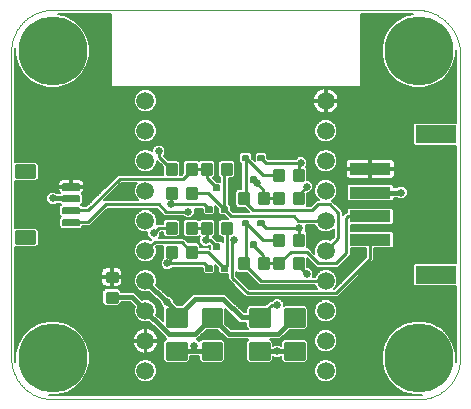
<source format=gtl>
G75*
%MOIN*%
%OFA0B0*%
%FSLAX25Y25*%
%IPPOS*%
%LPD*%
%AMOC8*
5,1,8,0,0,1.08239X$1,22.5*
%
%ADD10C,0.00000*%
%ADD11C,0.00984*%
%ADD12R,0.13780X0.03937*%
%ADD13R,0.13386X0.05906*%
%ADD14C,0.00541*%
%ADD15C,0.01575*%
%ADD16C,0.05906*%
%ADD17C,0.01181*%
%ADD18C,0.00591*%
%ADD19C,0.23000*%
%ADD20C,0.01600*%
%ADD21C,0.00600*%
%ADD22C,0.02578*%
%ADD23C,0.01000*%
D10*
X0026276Y0011207D02*
X0148323Y0011207D01*
X0148656Y0011211D01*
X0148989Y0011223D01*
X0149321Y0011243D01*
X0149653Y0011271D01*
X0149984Y0011307D01*
X0150314Y0011352D01*
X0150643Y0011404D01*
X0150971Y0011464D01*
X0151297Y0011532D01*
X0151621Y0011607D01*
X0151943Y0011691D01*
X0152263Y0011782D01*
X0152581Y0011881D01*
X0152897Y0011988D01*
X0153209Y0012102D01*
X0153519Y0012224D01*
X0153826Y0012354D01*
X0154130Y0012490D01*
X0154430Y0012634D01*
X0154727Y0012785D01*
X0155020Y0012944D01*
X0155309Y0013109D01*
X0155594Y0013281D01*
X0155875Y0013460D01*
X0156151Y0013646D01*
X0156423Y0013839D01*
X0156690Y0014038D01*
X0156952Y0014243D01*
X0157209Y0014455D01*
X0157461Y0014673D01*
X0157707Y0014896D01*
X0157948Y0015126D01*
X0158184Y0015362D01*
X0158414Y0015603D01*
X0158637Y0015849D01*
X0158855Y0016101D01*
X0159067Y0016358D01*
X0159272Y0016620D01*
X0159471Y0016887D01*
X0159664Y0017159D01*
X0159850Y0017435D01*
X0160029Y0017716D01*
X0160201Y0018001D01*
X0160366Y0018290D01*
X0160525Y0018583D01*
X0160676Y0018880D01*
X0160820Y0019180D01*
X0160956Y0019484D01*
X0161086Y0019791D01*
X0161208Y0020101D01*
X0161322Y0020413D01*
X0161429Y0020729D01*
X0161528Y0021047D01*
X0161619Y0021367D01*
X0161703Y0021689D01*
X0161778Y0022013D01*
X0161846Y0022339D01*
X0161906Y0022667D01*
X0161958Y0022996D01*
X0162003Y0023326D01*
X0162039Y0023657D01*
X0162067Y0023989D01*
X0162087Y0024321D01*
X0162099Y0024654D01*
X0162103Y0024987D01*
X0162102Y0024987D02*
X0162102Y0127231D01*
X0162103Y0127231D02*
X0162075Y0127588D01*
X0162038Y0127943D01*
X0161993Y0128298D01*
X0161939Y0128652D01*
X0161877Y0129004D01*
X0161806Y0129354D01*
X0161727Y0129703D01*
X0161639Y0130050D01*
X0161543Y0130394D01*
X0161439Y0130736D01*
X0161326Y0131075D01*
X0161205Y0131412D01*
X0161076Y0131746D01*
X0160940Y0132076D01*
X0160795Y0132403D01*
X0160642Y0132726D01*
X0160482Y0133046D01*
X0160314Y0133361D01*
X0160138Y0133673D01*
X0159955Y0133980D01*
X0159764Y0134282D01*
X0159566Y0134580D01*
X0159361Y0134873D01*
X0159149Y0135161D01*
X0158931Y0135444D01*
X0158705Y0135721D01*
X0158473Y0135993D01*
X0158234Y0136260D01*
X0157989Y0136520D01*
X0157737Y0136774D01*
X0157480Y0137022D01*
X0157217Y0137264D01*
X0156948Y0137500D01*
X0156673Y0137729D01*
X0156393Y0137951D01*
X0156107Y0138166D01*
X0155817Y0138375D01*
X0155521Y0138576D01*
X0155221Y0138770D01*
X0154916Y0138957D01*
X0154607Y0139136D01*
X0154293Y0139308D01*
X0153975Y0139472D01*
X0153654Y0139629D01*
X0153329Y0139777D01*
X0153000Y0139918D01*
X0152668Y0140051D01*
X0152333Y0140176D01*
X0151995Y0140292D01*
X0151654Y0140401D01*
X0151311Y0140501D01*
X0150965Y0140593D01*
X0150618Y0140676D01*
X0150268Y0140751D01*
X0149917Y0140818D01*
X0149564Y0140876D01*
X0149210Y0140925D01*
X0148854Y0140966D01*
X0148498Y0140999D01*
X0148142Y0141022D01*
X0147784Y0141037D01*
X0147427Y0141044D01*
X0147069Y0141042D01*
X0146712Y0141031D01*
X0146355Y0141011D01*
X0146354Y0141010D02*
X0026276Y0141010D01*
X0026276Y0141011D02*
X0025943Y0141007D01*
X0025610Y0140995D01*
X0025278Y0140975D01*
X0024946Y0140947D01*
X0024615Y0140911D01*
X0024285Y0140866D01*
X0023956Y0140814D01*
X0023628Y0140754D01*
X0023302Y0140686D01*
X0022978Y0140611D01*
X0022656Y0140527D01*
X0022336Y0140436D01*
X0022018Y0140337D01*
X0021702Y0140230D01*
X0021390Y0140116D01*
X0021080Y0139994D01*
X0020773Y0139864D01*
X0020469Y0139728D01*
X0020169Y0139584D01*
X0019872Y0139433D01*
X0019579Y0139274D01*
X0019290Y0139109D01*
X0019005Y0138937D01*
X0018724Y0138758D01*
X0018448Y0138572D01*
X0018176Y0138379D01*
X0017909Y0138180D01*
X0017647Y0137975D01*
X0017390Y0137763D01*
X0017138Y0137545D01*
X0016892Y0137322D01*
X0016651Y0137092D01*
X0016415Y0136856D01*
X0016185Y0136615D01*
X0015962Y0136369D01*
X0015744Y0136117D01*
X0015532Y0135860D01*
X0015327Y0135598D01*
X0015128Y0135331D01*
X0014935Y0135059D01*
X0014749Y0134783D01*
X0014570Y0134502D01*
X0014398Y0134217D01*
X0014233Y0133928D01*
X0014074Y0133635D01*
X0013923Y0133338D01*
X0013779Y0133038D01*
X0013643Y0132734D01*
X0013513Y0132427D01*
X0013391Y0132117D01*
X0013277Y0131805D01*
X0013170Y0131489D01*
X0013071Y0131171D01*
X0012980Y0130851D01*
X0012896Y0130529D01*
X0012821Y0130205D01*
X0012753Y0129879D01*
X0012693Y0129551D01*
X0012641Y0129222D01*
X0012596Y0128892D01*
X0012560Y0128561D01*
X0012532Y0128229D01*
X0012512Y0127897D01*
X0012500Y0127564D01*
X0012496Y0127231D01*
X0012496Y0024987D01*
X0012500Y0024654D01*
X0012512Y0024321D01*
X0012532Y0023989D01*
X0012560Y0023657D01*
X0012596Y0023326D01*
X0012641Y0022996D01*
X0012693Y0022667D01*
X0012753Y0022339D01*
X0012821Y0022013D01*
X0012896Y0021689D01*
X0012980Y0021367D01*
X0013071Y0021047D01*
X0013170Y0020729D01*
X0013277Y0020413D01*
X0013391Y0020101D01*
X0013513Y0019791D01*
X0013643Y0019484D01*
X0013779Y0019180D01*
X0013923Y0018880D01*
X0014074Y0018583D01*
X0014233Y0018290D01*
X0014398Y0018001D01*
X0014570Y0017716D01*
X0014749Y0017435D01*
X0014935Y0017159D01*
X0015128Y0016887D01*
X0015327Y0016620D01*
X0015532Y0016358D01*
X0015744Y0016101D01*
X0015962Y0015849D01*
X0016185Y0015603D01*
X0016415Y0015362D01*
X0016651Y0015126D01*
X0016892Y0014896D01*
X0017138Y0014673D01*
X0017390Y0014455D01*
X0017647Y0014243D01*
X0017909Y0014038D01*
X0018176Y0013839D01*
X0018448Y0013646D01*
X0018724Y0013460D01*
X0019005Y0013281D01*
X0019290Y0013109D01*
X0019579Y0012944D01*
X0019872Y0012785D01*
X0020169Y0012634D01*
X0020469Y0012490D01*
X0020773Y0012354D01*
X0021080Y0012224D01*
X0021390Y0012102D01*
X0021702Y0011988D01*
X0022018Y0011881D01*
X0022336Y0011782D01*
X0022656Y0011691D01*
X0022978Y0011607D01*
X0023302Y0011532D01*
X0023628Y0011464D01*
X0023956Y0011404D01*
X0024285Y0011352D01*
X0024615Y0011307D01*
X0024946Y0011271D01*
X0025278Y0011243D01*
X0025610Y0011223D01*
X0025943Y0011211D01*
X0026276Y0011207D01*
D11*
X0047634Y0043786D02*
X0047634Y0046738D01*
X0047634Y0043786D02*
X0044288Y0043786D01*
X0044288Y0046738D01*
X0047634Y0046738D01*
X0047634Y0044721D02*
X0044288Y0044721D01*
X0044288Y0045656D02*
X0047634Y0045656D01*
X0047634Y0046591D02*
X0044288Y0046591D01*
X0047634Y0050479D02*
X0047634Y0053431D01*
X0047634Y0050479D02*
X0044288Y0050479D01*
X0044288Y0053431D01*
X0047634Y0053431D01*
X0047634Y0051414D02*
X0044288Y0051414D01*
X0044288Y0052349D02*
X0047634Y0052349D01*
X0047634Y0053284D02*
X0044288Y0053284D01*
X0064367Y0062093D02*
X0067319Y0062093D01*
X0067319Y0058747D01*
X0064367Y0058747D01*
X0064367Y0062093D01*
X0064367Y0059682D02*
X0067319Y0059682D01*
X0067319Y0060617D02*
X0064367Y0060617D01*
X0064367Y0061552D02*
X0067319Y0061552D01*
X0071059Y0062093D02*
X0074011Y0062093D01*
X0074011Y0058747D01*
X0071059Y0058747D01*
X0071059Y0062093D01*
X0071059Y0059682D02*
X0074011Y0059682D01*
X0074011Y0060617D02*
X0071059Y0060617D01*
X0071059Y0061552D02*
X0074011Y0061552D01*
X0074011Y0069967D02*
X0071059Y0069967D01*
X0074011Y0069967D02*
X0074011Y0066621D01*
X0071059Y0066621D01*
X0071059Y0069967D01*
X0071059Y0067556D02*
X0074011Y0067556D01*
X0074011Y0068491D02*
X0071059Y0068491D01*
X0071059Y0069426D02*
X0074011Y0069426D01*
X0076178Y0069967D02*
X0079130Y0069967D01*
X0079130Y0066621D01*
X0076178Y0066621D01*
X0076178Y0069967D01*
X0076178Y0067556D02*
X0079130Y0067556D01*
X0079130Y0068491D02*
X0076178Y0068491D01*
X0076178Y0069426D02*
X0079130Y0069426D01*
X0082870Y0069967D02*
X0085822Y0069967D01*
X0085822Y0066621D01*
X0082870Y0066621D01*
X0082870Y0069967D01*
X0082870Y0067556D02*
X0085822Y0067556D01*
X0085822Y0068491D02*
X0082870Y0068491D01*
X0082870Y0069426D02*
X0085822Y0069426D01*
X0088382Y0076463D02*
X0091334Y0076463D01*
X0088382Y0076463D02*
X0088382Y0079809D01*
X0091334Y0079809D01*
X0091334Y0076463D01*
X0091334Y0077398D02*
X0088382Y0077398D01*
X0088382Y0078333D02*
X0091334Y0078333D01*
X0091334Y0079268D02*
X0088382Y0079268D01*
X0095075Y0076463D02*
X0098027Y0076463D01*
X0095075Y0076463D02*
X0095075Y0079809D01*
X0098027Y0079809D01*
X0098027Y0076463D01*
X0098027Y0077398D02*
X0095075Y0077398D01*
X0095075Y0078333D02*
X0098027Y0078333D01*
X0098027Y0079268D02*
X0095075Y0079268D01*
X0100193Y0076463D02*
X0103145Y0076463D01*
X0100193Y0076463D02*
X0100193Y0079809D01*
X0103145Y0079809D01*
X0103145Y0076463D01*
X0103145Y0077398D02*
X0100193Y0077398D01*
X0100193Y0078333D02*
X0103145Y0078333D01*
X0103145Y0079268D02*
X0100193Y0079268D01*
X0106886Y0076463D02*
X0109838Y0076463D01*
X0106886Y0076463D02*
X0106886Y0079809D01*
X0109838Y0079809D01*
X0109838Y0076463D01*
X0109838Y0077398D02*
X0106886Y0077398D01*
X0106886Y0078333D02*
X0109838Y0078333D01*
X0109838Y0079268D02*
X0106886Y0079268D01*
X0106886Y0084337D02*
X0109838Y0084337D01*
X0106886Y0084337D02*
X0106886Y0087683D01*
X0109838Y0087683D01*
X0109838Y0084337D01*
X0109838Y0085272D02*
X0106886Y0085272D01*
X0106886Y0086207D02*
X0109838Y0086207D01*
X0109838Y0087142D02*
X0106886Y0087142D01*
X0103145Y0084337D02*
X0100193Y0084337D01*
X0100193Y0087683D01*
X0103145Y0087683D01*
X0103145Y0084337D01*
X0103145Y0085272D02*
X0100193Y0085272D01*
X0100193Y0086207D02*
X0103145Y0086207D01*
X0103145Y0087142D02*
X0100193Y0087142D01*
X0085822Y0089652D02*
X0082870Y0089652D01*
X0085822Y0089652D02*
X0085822Y0086306D01*
X0082870Y0086306D01*
X0082870Y0089652D01*
X0082870Y0087241D02*
X0085822Y0087241D01*
X0085822Y0088176D02*
X0082870Y0088176D01*
X0082870Y0089111D02*
X0085822Y0089111D01*
X0079130Y0089652D02*
X0076178Y0089652D01*
X0079130Y0089652D02*
X0079130Y0086306D01*
X0076178Y0086306D01*
X0076178Y0089652D01*
X0076178Y0087241D02*
X0079130Y0087241D01*
X0079130Y0088176D02*
X0076178Y0088176D01*
X0076178Y0089111D02*
X0079130Y0089111D01*
X0074011Y0089652D02*
X0071059Y0089652D01*
X0074011Y0089652D02*
X0074011Y0086306D01*
X0071059Y0086306D01*
X0071059Y0089652D01*
X0071059Y0087241D02*
X0074011Y0087241D01*
X0074011Y0088176D02*
X0071059Y0088176D01*
X0071059Y0089111D02*
X0074011Y0089111D01*
X0067319Y0089652D02*
X0064367Y0089652D01*
X0067319Y0089652D02*
X0067319Y0086306D01*
X0064367Y0086306D01*
X0064367Y0089652D01*
X0064367Y0087241D02*
X0067319Y0087241D01*
X0067319Y0088176D02*
X0064367Y0088176D01*
X0064367Y0089111D02*
X0067319Y0089111D01*
X0067319Y0081778D02*
X0064367Y0081778D01*
X0067319Y0081778D02*
X0067319Y0078432D01*
X0064367Y0078432D01*
X0064367Y0081778D01*
X0064367Y0079367D02*
X0067319Y0079367D01*
X0067319Y0080302D02*
X0064367Y0080302D01*
X0064367Y0081237D02*
X0067319Y0081237D01*
X0071059Y0081778D02*
X0074011Y0081778D01*
X0074011Y0078432D01*
X0071059Y0078432D01*
X0071059Y0081778D01*
X0071059Y0079367D02*
X0074011Y0079367D01*
X0074011Y0080302D02*
X0071059Y0080302D01*
X0071059Y0081237D02*
X0074011Y0081237D01*
X0067319Y0069967D02*
X0064367Y0069967D01*
X0067319Y0069967D02*
X0067319Y0066621D01*
X0064367Y0066621D01*
X0064367Y0069967D01*
X0064367Y0067556D02*
X0067319Y0067556D01*
X0067319Y0068491D02*
X0064367Y0068491D01*
X0064367Y0069426D02*
X0067319Y0069426D01*
X0088382Y0054810D02*
X0091334Y0054810D01*
X0088382Y0054810D02*
X0088382Y0058156D01*
X0091334Y0058156D01*
X0091334Y0054810D01*
X0091334Y0055745D02*
X0088382Y0055745D01*
X0088382Y0056680D02*
X0091334Y0056680D01*
X0091334Y0057615D02*
X0088382Y0057615D01*
X0095075Y0054810D02*
X0098027Y0054810D01*
X0095075Y0054810D02*
X0095075Y0058156D01*
X0098027Y0058156D01*
X0098027Y0054810D01*
X0098027Y0055745D02*
X0095075Y0055745D01*
X0095075Y0056680D02*
X0098027Y0056680D01*
X0098027Y0057615D02*
X0095075Y0057615D01*
X0100193Y0054810D02*
X0103145Y0054810D01*
X0100193Y0054810D02*
X0100193Y0058156D01*
X0103145Y0058156D01*
X0103145Y0054810D01*
X0103145Y0055745D02*
X0100193Y0055745D01*
X0100193Y0056680D02*
X0103145Y0056680D01*
X0103145Y0057615D02*
X0100193Y0057615D01*
X0106886Y0054810D02*
X0109838Y0054810D01*
X0106886Y0054810D02*
X0106886Y0058156D01*
X0109838Y0058156D01*
X0109838Y0054810D01*
X0109838Y0055745D02*
X0106886Y0055745D01*
X0106886Y0056680D02*
X0109838Y0056680D01*
X0109838Y0057615D02*
X0106886Y0057615D01*
X0106886Y0062684D02*
X0109838Y0062684D01*
X0106886Y0062684D02*
X0106886Y0066030D01*
X0109838Y0066030D01*
X0109838Y0062684D01*
X0109838Y0063619D02*
X0106886Y0063619D01*
X0106886Y0064554D02*
X0109838Y0064554D01*
X0109838Y0065489D02*
X0106886Y0065489D01*
X0103145Y0062684D02*
X0100193Y0062684D01*
X0100193Y0066030D01*
X0103145Y0066030D01*
X0103145Y0062684D01*
X0103145Y0063619D02*
X0100193Y0063619D01*
X0100193Y0064554D02*
X0103145Y0064554D01*
X0103145Y0065489D02*
X0100193Y0065489D01*
D12*
X0132181Y0064357D03*
X0132181Y0072231D03*
X0132181Y0080105D03*
X0132181Y0087979D03*
D13*
X0154031Y0099593D03*
X0154031Y0052743D03*
D14*
X0096675Y0070779D02*
X0094853Y0070779D01*
X0096675Y0070779D02*
X0096675Y0069155D01*
X0094853Y0069155D01*
X0094853Y0070779D01*
X0094853Y0069669D02*
X0096675Y0069669D01*
X0096675Y0070183D02*
X0094853Y0070183D01*
X0094853Y0070697D02*
X0096675Y0070697D01*
X0091557Y0070779D02*
X0089735Y0070779D01*
X0091557Y0070779D02*
X0091557Y0069155D01*
X0089735Y0069155D01*
X0089735Y0070779D01*
X0089735Y0069669D02*
X0091557Y0069669D01*
X0091557Y0070183D02*
X0089735Y0070183D01*
X0089735Y0070697D02*
X0091557Y0070697D01*
X0084470Y0073683D02*
X0082648Y0073683D01*
X0082648Y0075307D01*
X0084470Y0075307D01*
X0084470Y0073683D01*
X0084470Y0074197D02*
X0082648Y0074197D01*
X0082648Y0074711D02*
X0084470Y0074711D01*
X0084470Y0075225D02*
X0082648Y0075225D01*
X0079352Y0073683D02*
X0077530Y0073683D01*
X0077530Y0075307D01*
X0079352Y0075307D01*
X0079352Y0073683D01*
X0079352Y0074197D02*
X0077530Y0074197D01*
X0077530Y0074711D02*
X0079352Y0074711D01*
X0079352Y0075225D02*
X0077530Y0075225D01*
X0080089Y0080966D02*
X0081911Y0080966D01*
X0080089Y0080966D02*
X0080089Y0082590D01*
X0081911Y0082590D01*
X0081911Y0080966D01*
X0081911Y0081480D02*
X0080089Y0081480D01*
X0080089Y0081994D02*
X0081911Y0081994D01*
X0081911Y0082508D02*
X0080089Y0082508D01*
X0092294Y0085149D02*
X0094116Y0085149D01*
X0094116Y0083525D01*
X0092294Y0083525D01*
X0092294Y0085149D01*
X0092294Y0084039D02*
X0094116Y0084039D01*
X0094116Y0084553D02*
X0092294Y0084553D01*
X0092294Y0085067D02*
X0094116Y0085067D01*
X0094853Y0092433D02*
X0096675Y0092433D01*
X0096675Y0090809D01*
X0094853Y0090809D01*
X0094853Y0092433D01*
X0094853Y0091323D02*
X0096675Y0091323D01*
X0096675Y0091837D02*
X0094853Y0091837D01*
X0094853Y0092351D02*
X0096675Y0092351D01*
X0091557Y0092433D02*
X0089735Y0092433D01*
X0091557Y0092433D02*
X0091557Y0090809D01*
X0089735Y0090809D01*
X0089735Y0092433D01*
X0089735Y0091323D02*
X0091557Y0091323D01*
X0091557Y0091837D02*
X0089735Y0091837D01*
X0089735Y0092351D02*
X0091557Y0092351D01*
X0092294Y0063496D02*
X0094116Y0063496D01*
X0094116Y0061872D01*
X0092294Y0061872D01*
X0092294Y0063496D01*
X0092294Y0062386D02*
X0094116Y0062386D01*
X0094116Y0062900D02*
X0092294Y0062900D01*
X0092294Y0063414D02*
X0094116Y0063414D01*
X0081911Y0061281D02*
X0080089Y0061281D01*
X0080089Y0062905D01*
X0081911Y0062905D01*
X0081911Y0061281D01*
X0081911Y0061795D02*
X0080089Y0061795D01*
X0080089Y0062309D02*
X0081911Y0062309D01*
X0081911Y0062823D02*
X0080089Y0062823D01*
X0079352Y0053998D02*
X0077530Y0053998D01*
X0077530Y0055622D01*
X0079352Y0055622D01*
X0079352Y0053998D01*
X0079352Y0054512D02*
X0077530Y0054512D01*
X0077530Y0055026D02*
X0079352Y0055026D01*
X0079352Y0055540D02*
X0077530Y0055540D01*
X0082648Y0053998D02*
X0084470Y0053998D01*
X0082648Y0053998D02*
X0082648Y0055622D01*
X0084470Y0055622D01*
X0084470Y0053998D01*
X0084470Y0054512D02*
X0082648Y0054512D01*
X0082648Y0055026D02*
X0084470Y0055026D01*
X0084470Y0055540D02*
X0082648Y0055540D01*
D15*
X0076663Y0040821D02*
X0076663Y0036097D01*
X0076663Y0040821D02*
X0082187Y0040821D01*
X0082187Y0036097D01*
X0076663Y0036097D01*
X0076663Y0037593D02*
X0082187Y0037593D01*
X0082187Y0039089D02*
X0076663Y0039089D01*
X0076663Y0040585D02*
X0082187Y0040585D01*
X0092411Y0040821D02*
X0092411Y0036097D01*
X0092411Y0040821D02*
X0097935Y0040821D01*
X0097935Y0036097D01*
X0092411Y0036097D01*
X0092411Y0037593D02*
X0097935Y0037593D01*
X0097935Y0039089D02*
X0092411Y0039089D01*
X0092411Y0040585D02*
X0097935Y0040585D01*
X0104222Y0040821D02*
X0104222Y0036097D01*
X0104222Y0040821D02*
X0109746Y0040821D01*
X0109746Y0036097D01*
X0104222Y0036097D01*
X0104222Y0037593D02*
X0109746Y0037593D01*
X0109746Y0039089D02*
X0104222Y0039089D01*
X0104222Y0040585D02*
X0109746Y0040585D01*
X0104222Y0029624D02*
X0104222Y0024900D01*
X0104222Y0029624D02*
X0109746Y0029624D01*
X0109746Y0024900D01*
X0104222Y0024900D01*
X0104222Y0026396D02*
X0109746Y0026396D01*
X0109746Y0027892D02*
X0104222Y0027892D01*
X0104222Y0029388D02*
X0109746Y0029388D01*
X0092411Y0029624D02*
X0092411Y0024900D01*
X0092411Y0029624D02*
X0097935Y0029624D01*
X0097935Y0024900D01*
X0092411Y0024900D01*
X0092411Y0026396D02*
X0097935Y0026396D01*
X0097935Y0027892D02*
X0092411Y0027892D01*
X0092411Y0029388D02*
X0097935Y0029388D01*
X0076663Y0029624D02*
X0076663Y0024900D01*
X0076663Y0029624D02*
X0082187Y0029624D01*
X0082187Y0024900D01*
X0076663Y0024900D01*
X0076663Y0026396D02*
X0082187Y0026396D01*
X0082187Y0027892D02*
X0076663Y0027892D01*
X0076663Y0029388D02*
X0082187Y0029388D01*
X0064852Y0029624D02*
X0064852Y0024900D01*
X0064852Y0029624D02*
X0070376Y0029624D01*
X0070376Y0024900D01*
X0064852Y0024900D01*
X0064852Y0026396D02*
X0070376Y0026396D01*
X0070376Y0027892D02*
X0064852Y0027892D01*
X0064852Y0029388D02*
X0070376Y0029388D01*
X0064852Y0036097D02*
X0064852Y0040821D01*
X0070376Y0040821D01*
X0070376Y0036097D01*
X0064852Y0036097D01*
X0064852Y0037593D02*
X0070376Y0037593D01*
X0070376Y0039089D02*
X0064852Y0039089D01*
X0064852Y0040585D02*
X0070376Y0040585D01*
D16*
X0057249Y0040662D03*
X0057249Y0030662D03*
X0057249Y0020662D03*
X0057249Y0050662D03*
X0057249Y0060662D03*
X0057249Y0070662D03*
X0057249Y0080662D03*
X0057249Y0090662D03*
X0057249Y0100662D03*
X0057249Y0110662D03*
X0117349Y0110662D03*
X0117349Y0100662D03*
X0117349Y0090662D03*
X0117349Y0080662D03*
X0117349Y0070662D03*
X0117349Y0060662D03*
X0117349Y0050662D03*
X0117349Y0040662D03*
X0117349Y0030662D03*
X0117349Y0020662D03*
D17*
X0020193Y0063294D02*
X0020193Y0066838D01*
X0020193Y0063294D02*
X0014287Y0063294D01*
X0014287Y0066838D01*
X0020193Y0066838D01*
X0020193Y0064416D02*
X0014287Y0064416D01*
X0014287Y0065538D02*
X0020193Y0065538D01*
X0020193Y0066660D02*
X0014287Y0066660D01*
X0020193Y0085341D02*
X0020193Y0088885D01*
X0020193Y0085341D02*
X0014287Y0085341D01*
X0014287Y0088885D01*
X0020193Y0088885D01*
X0020193Y0086463D02*
X0014287Y0086463D01*
X0014287Y0087585D02*
X0020193Y0087585D01*
X0020193Y0088707D02*
X0014287Y0088707D01*
D18*
X0035252Y0082881D02*
X0035252Y0081109D01*
X0029740Y0081109D01*
X0029740Y0082881D01*
X0035252Y0082881D01*
X0035252Y0081670D02*
X0029740Y0081670D01*
X0029740Y0082231D02*
X0035252Y0082231D01*
X0035252Y0082792D02*
X0029740Y0082792D01*
X0035252Y0078944D02*
X0035252Y0077172D01*
X0029740Y0077172D01*
X0029740Y0078944D01*
X0035252Y0078944D01*
X0035252Y0077733D02*
X0029740Y0077733D01*
X0029740Y0078294D02*
X0035252Y0078294D01*
X0035252Y0078855D02*
X0029740Y0078855D01*
X0035252Y0075007D02*
X0035252Y0073235D01*
X0029740Y0073235D01*
X0029740Y0075007D01*
X0035252Y0075007D01*
X0035252Y0073796D02*
X0029740Y0073796D01*
X0029740Y0074357D02*
X0035252Y0074357D01*
X0035252Y0074918D02*
X0029740Y0074918D01*
X0035252Y0071070D02*
X0035252Y0069298D01*
X0029740Y0069298D01*
X0029740Y0071070D01*
X0035252Y0071070D01*
X0035252Y0069859D02*
X0029740Y0069859D01*
X0029740Y0070420D02*
X0035252Y0070420D01*
X0035252Y0070981D02*
X0029740Y0070981D01*
D19*
X0026276Y0024987D03*
X0148323Y0024987D03*
X0148323Y0127349D03*
X0026276Y0127349D03*
D20*
X0026276Y0078136D02*
X0032417Y0078136D01*
X0032496Y0078058D01*
X0057249Y0050662D02*
X0064443Y0043469D01*
X0067614Y0040298D01*
X0067614Y0038459D01*
X0073827Y0044672D01*
X0083055Y0044672D01*
X0089268Y0038459D01*
X0095173Y0038459D01*
X0101386Y0032861D02*
X0085024Y0032861D01*
X0079425Y0038459D01*
X0073827Y0032861D01*
X0064995Y0032861D01*
X0062665Y0035191D01*
X0062665Y0035247D01*
X0057249Y0040662D01*
X0052649Y0045262D01*
X0045961Y0045262D01*
X0067614Y0027262D02*
X0073520Y0027262D01*
X0079425Y0027262D01*
X0095173Y0027262D02*
X0101079Y0027262D01*
X0106984Y0027262D01*
X0101386Y0032861D02*
X0106984Y0038459D01*
X0132181Y0080105D02*
X0142417Y0080105D01*
D21*
X0027908Y0012587D02*
X0025062Y0012587D01*
X0026276Y0012507D01*
X0148323Y0012507D01*
X0149536Y0012587D01*
X0146690Y0012587D01*
X0143537Y0013432D01*
X0140709Y0015064D01*
X0138400Y0017373D01*
X0136768Y0020201D01*
X0135923Y0023354D01*
X0135923Y0026619D01*
X0136768Y0029773D01*
X0138400Y0032601D01*
X0140709Y0034909D01*
X0143537Y0036542D01*
X0146690Y0037387D01*
X0149955Y0037387D01*
X0153109Y0036542D01*
X0155937Y0034909D01*
X0158245Y0032601D01*
X0159878Y0029773D01*
X0160723Y0026619D01*
X0160723Y0023773D01*
X0160802Y0024987D01*
X0160802Y0048890D01*
X0146966Y0048890D01*
X0146439Y0049417D01*
X0146439Y0056068D01*
X0146966Y0056596D01*
X0160802Y0056596D01*
X0160802Y0095740D01*
X0146966Y0095740D01*
X0146439Y0096268D01*
X0146439Y0102919D01*
X0146966Y0103446D01*
X0160802Y0103446D01*
X0160802Y0127166D01*
X0160723Y0127765D01*
X0160723Y0125717D01*
X0159878Y0122563D01*
X0158245Y0119735D01*
X0155937Y0117427D01*
X0153109Y0115794D01*
X0149955Y0114949D01*
X0146690Y0114949D01*
X0143537Y0115794D01*
X0140709Y0117427D01*
X0138400Y0119735D01*
X0136768Y0122563D01*
X0135923Y0125717D01*
X0135923Y0128982D01*
X0136768Y0132135D01*
X0138400Y0134963D01*
X0140709Y0137272D01*
X0143537Y0138904D01*
X0146546Y0139710D01*
X0146398Y0139710D01*
X0145904Y0139678D01*
X0145866Y0139710D01*
X0128938Y0139710D01*
X0128938Y0115414D01*
X0128762Y0115238D01*
X0045836Y0115238D01*
X0045661Y0115414D01*
X0045661Y0139710D01*
X0028052Y0139710D01*
X0031062Y0138904D01*
X0033889Y0137272D01*
X0036198Y0134963D01*
X0037831Y0132135D01*
X0038676Y0128982D01*
X0038676Y0125717D01*
X0037831Y0122563D01*
X0036198Y0119735D01*
X0033889Y0117427D01*
X0031062Y0115794D01*
X0027908Y0114949D01*
X0024643Y0114949D01*
X0021489Y0115794D01*
X0018662Y0117427D01*
X0016353Y0119735D01*
X0014721Y0122563D01*
X0013876Y0125717D01*
X0013876Y0128445D01*
X0013796Y0127231D01*
X0013796Y0090375D01*
X0020810Y0090375D01*
X0021683Y0089502D01*
X0021683Y0084724D01*
X0020810Y0083851D01*
X0013796Y0083851D01*
X0013796Y0068328D01*
X0020810Y0068328D01*
X0021683Y0067455D01*
X0021683Y0062677D01*
X0020810Y0061803D01*
X0013796Y0061803D01*
X0013796Y0024987D01*
X0013876Y0023773D01*
X0013876Y0026619D01*
X0014721Y0029773D01*
X0016353Y0032601D01*
X0018662Y0034909D01*
X0021489Y0036542D01*
X0024643Y0037387D01*
X0027908Y0037387D01*
X0031062Y0036542D01*
X0033889Y0034909D01*
X0036198Y0032601D01*
X0037831Y0029773D01*
X0038676Y0026619D01*
X0038676Y0023354D01*
X0037831Y0020201D01*
X0036198Y0017373D01*
X0033889Y0015064D01*
X0031062Y0013432D01*
X0027908Y0012587D01*
X0029461Y0013003D02*
X0145138Y0013003D01*
X0143243Y0013601D02*
X0031355Y0013601D01*
X0032392Y0014200D02*
X0142206Y0014200D01*
X0141170Y0014798D02*
X0033429Y0014798D01*
X0034222Y0015397D02*
X0140377Y0015397D01*
X0139778Y0015995D02*
X0034820Y0015995D01*
X0035419Y0016594D02*
X0139180Y0016594D01*
X0138581Y0017192D02*
X0119040Y0017192D01*
X0119532Y0017396D02*
X0120615Y0018480D01*
X0121202Y0019896D01*
X0121202Y0021429D01*
X0120615Y0022845D01*
X0119532Y0023929D01*
X0118116Y0024515D01*
X0116583Y0024515D01*
X0115167Y0023929D01*
X0114083Y0022845D01*
X0113496Y0021429D01*
X0113496Y0019896D01*
X0114083Y0018480D01*
X0115167Y0017396D01*
X0116583Y0016810D01*
X0118116Y0016810D01*
X0119532Y0017396D01*
X0119926Y0017791D02*
X0138159Y0017791D01*
X0137814Y0018389D02*
X0120525Y0018389D01*
X0120826Y0018988D02*
X0137468Y0018988D01*
X0137122Y0019587D02*
X0121074Y0019587D01*
X0121202Y0020185D02*
X0136777Y0020185D01*
X0136612Y0020784D02*
X0121202Y0020784D01*
X0121202Y0021382D02*
X0136451Y0021382D01*
X0136291Y0021981D02*
X0120973Y0021981D01*
X0120726Y0022579D02*
X0136131Y0022579D01*
X0135970Y0023178D02*
X0120283Y0023178D01*
X0119684Y0023776D02*
X0135923Y0023776D01*
X0135923Y0024375D02*
X0118455Y0024375D01*
X0116243Y0024375D02*
X0111433Y0024375D01*
X0111433Y0024201D02*
X0111433Y0030324D01*
X0110445Y0031312D01*
X0103523Y0031312D01*
X0102535Y0030324D01*
X0102535Y0028962D01*
X0102474Y0028962D01*
X0101985Y0029451D01*
X0100172Y0029451D01*
X0099683Y0028962D01*
X0099622Y0028962D01*
X0099622Y0030324D01*
X0098785Y0031161D01*
X0102090Y0031161D01*
X0105339Y0034410D01*
X0110445Y0034410D01*
X0111433Y0035398D01*
X0111433Y0041520D01*
X0110445Y0042509D01*
X0103523Y0042509D01*
X0103268Y0042253D01*
X0103268Y0043610D01*
X0101985Y0044892D01*
X0100172Y0044892D01*
X0099383Y0044103D01*
X0098837Y0044103D01*
X0098017Y0043283D01*
X0097243Y0042509D01*
X0091712Y0042509D01*
X0090724Y0041520D01*
X0090724Y0040159D01*
X0089972Y0040159D01*
X0084755Y0045376D01*
X0083759Y0046372D01*
X0073123Y0046372D01*
X0072127Y0045376D01*
X0069260Y0042509D01*
X0067807Y0042509D01*
X0066632Y0043684D01*
X0066632Y0044376D01*
X0065349Y0045658D01*
X0064658Y0045658D01*
X0060902Y0049414D01*
X0061102Y0049896D01*
X0061102Y0051429D01*
X0060515Y0052845D01*
X0059432Y0053929D01*
X0058016Y0054515D01*
X0056483Y0054515D01*
X0055067Y0053929D01*
X0053983Y0052845D01*
X0053396Y0051429D01*
X0053396Y0049896D01*
X0053983Y0048480D01*
X0055067Y0047396D01*
X0056483Y0046810D01*
X0058016Y0046810D01*
X0058498Y0047010D01*
X0062254Y0043254D01*
X0062254Y0042562D01*
X0063230Y0041586D01*
X0063165Y0041520D01*
X0063165Y0037151D01*
X0060902Y0039414D01*
X0061102Y0039896D01*
X0061102Y0041429D01*
X0060515Y0042845D01*
X0059432Y0043929D01*
X0058016Y0044515D01*
X0056483Y0044515D01*
X0056000Y0044315D01*
X0053353Y0046962D01*
X0049026Y0046962D01*
X0049026Y0047315D01*
X0048210Y0048131D01*
X0043711Y0048131D01*
X0042895Y0047315D01*
X0042895Y0043209D01*
X0043711Y0042394D01*
X0048210Y0042394D01*
X0049026Y0043209D01*
X0049026Y0043562D01*
X0051945Y0043562D01*
X0053596Y0041911D01*
X0053396Y0041429D01*
X0053396Y0039896D01*
X0053983Y0038480D01*
X0055067Y0037396D01*
X0056483Y0036810D01*
X0058016Y0036810D01*
X0058498Y0037010D01*
X0060965Y0034543D01*
X0060965Y0034487D01*
X0063295Y0032157D01*
X0063295Y0032157D01*
X0064147Y0031305D01*
X0063165Y0030324D01*
X0063165Y0024201D01*
X0064153Y0023213D01*
X0071075Y0023213D01*
X0072063Y0024201D01*
X0072063Y0025562D01*
X0074976Y0025562D01*
X0074976Y0024201D01*
X0075964Y0023213D01*
X0082886Y0023213D01*
X0083874Y0024201D01*
X0083874Y0030324D01*
X0082886Y0031312D01*
X0075964Y0031312D01*
X0075133Y0030481D01*
X0074453Y0031161D01*
X0074531Y0031161D01*
X0075527Y0032157D01*
X0077780Y0034410D01*
X0081071Y0034410D01*
X0083324Y0032157D01*
X0084319Y0031161D01*
X0091561Y0031161D01*
X0090724Y0030324D01*
X0090724Y0024201D01*
X0091712Y0023213D01*
X0098634Y0023213D01*
X0099622Y0024201D01*
X0099622Y0025562D01*
X0099683Y0025562D01*
X0100172Y0025073D01*
X0101985Y0025073D01*
X0102474Y0025562D01*
X0102535Y0025562D01*
X0102535Y0024201D01*
X0103523Y0023213D01*
X0110445Y0023213D01*
X0111433Y0024201D01*
X0111008Y0023776D02*
X0115014Y0023776D01*
X0114416Y0023178D02*
X0060183Y0023178D01*
X0060515Y0022845D02*
X0059432Y0023929D01*
X0058016Y0024515D01*
X0056483Y0024515D01*
X0055067Y0023929D01*
X0053983Y0022845D01*
X0053396Y0021429D01*
X0053396Y0019896D01*
X0053983Y0018480D01*
X0055067Y0017396D01*
X0056483Y0016810D01*
X0058016Y0016810D01*
X0059432Y0017396D01*
X0060515Y0018480D01*
X0061102Y0019896D01*
X0061102Y0021429D01*
X0060515Y0022845D01*
X0060626Y0022579D02*
X0113973Y0022579D01*
X0113725Y0021981D02*
X0060873Y0021981D01*
X0061102Y0021382D02*
X0113496Y0021382D01*
X0113496Y0020784D02*
X0061102Y0020784D01*
X0061102Y0020185D02*
X0113496Y0020185D01*
X0113625Y0019587D02*
X0060974Y0019587D01*
X0060726Y0018988D02*
X0113873Y0018988D01*
X0114174Y0018389D02*
X0060425Y0018389D01*
X0059826Y0017791D02*
X0114772Y0017791D01*
X0115659Y0017192D02*
X0058940Y0017192D01*
X0055559Y0017192D02*
X0036017Y0017192D01*
X0036439Y0017791D02*
X0054672Y0017791D01*
X0054074Y0018389D02*
X0036785Y0018389D01*
X0037130Y0018988D02*
X0053773Y0018988D01*
X0053525Y0019587D02*
X0037476Y0019587D01*
X0037822Y0020185D02*
X0053396Y0020185D01*
X0053396Y0020784D02*
X0037987Y0020784D01*
X0038147Y0021382D02*
X0053396Y0021382D01*
X0053625Y0021981D02*
X0038307Y0021981D01*
X0038468Y0022579D02*
X0053873Y0022579D01*
X0054316Y0023178D02*
X0038628Y0023178D01*
X0038676Y0023776D02*
X0054914Y0023776D01*
X0056143Y0024375D02*
X0038676Y0024375D01*
X0038676Y0024973D02*
X0063165Y0024973D01*
X0063165Y0024375D02*
X0058355Y0024375D01*
X0059584Y0023776D02*
X0063590Y0023776D01*
X0063165Y0025572D02*
X0038676Y0025572D01*
X0038676Y0026170D02*
X0063165Y0026170D01*
X0063165Y0026769D02*
X0058975Y0026769D01*
X0058882Y0026721D02*
X0059478Y0027025D01*
X0060020Y0027419D01*
X0060493Y0027892D01*
X0060886Y0028434D01*
X0061190Y0029030D01*
X0061397Y0029667D01*
X0061502Y0030328D01*
X0061502Y0030362D01*
X0057549Y0030362D01*
X0057549Y0026410D01*
X0057584Y0026410D01*
X0058245Y0026514D01*
X0058882Y0026721D01*
X0059949Y0027367D02*
X0063165Y0027367D01*
X0063165Y0027966D02*
X0060547Y0027966D01*
X0060953Y0028564D02*
X0063165Y0028564D01*
X0063165Y0029163D02*
X0061234Y0029163D01*
X0061412Y0029761D02*
X0063165Y0029761D01*
X0063201Y0030360D02*
X0061502Y0030360D01*
X0061502Y0030962D02*
X0057549Y0030962D01*
X0057549Y0030362D01*
X0056949Y0030362D01*
X0056949Y0026410D01*
X0056915Y0026410D01*
X0056253Y0026514D01*
X0055617Y0026721D01*
X0055020Y0027025D01*
X0054479Y0027419D01*
X0054005Y0027892D01*
X0053612Y0028434D01*
X0053308Y0029030D01*
X0053101Y0029667D01*
X0052996Y0030328D01*
X0052996Y0030362D01*
X0056949Y0030362D01*
X0056949Y0030962D01*
X0052996Y0030962D01*
X0052996Y0030997D01*
X0053101Y0031658D01*
X0053308Y0032295D01*
X0053612Y0032891D01*
X0054005Y0033433D01*
X0054479Y0033906D01*
X0055020Y0034300D01*
X0055617Y0034604D01*
X0056253Y0034810D01*
X0056915Y0034915D01*
X0056949Y0034915D01*
X0056949Y0030963D01*
X0057549Y0030963D01*
X0057549Y0034915D01*
X0057584Y0034915D01*
X0058245Y0034810D01*
X0058882Y0034604D01*
X0059478Y0034300D01*
X0060020Y0033906D01*
X0060493Y0033433D01*
X0060886Y0032891D01*
X0061190Y0032295D01*
X0061397Y0031658D01*
X0061502Y0030997D01*
X0061502Y0030962D01*
X0061413Y0031557D02*
X0063895Y0031557D01*
X0063800Y0030958D02*
X0057549Y0030958D01*
X0057549Y0030360D02*
X0056949Y0030360D01*
X0056949Y0030958D02*
X0037146Y0030958D01*
X0037492Y0030360D02*
X0052996Y0030360D01*
X0053086Y0029761D02*
X0037834Y0029761D01*
X0037994Y0029163D02*
X0053265Y0029163D01*
X0053545Y0028564D02*
X0038154Y0028564D01*
X0038315Y0027966D02*
X0053952Y0027966D01*
X0054550Y0027367D02*
X0038475Y0027367D01*
X0038636Y0026769D02*
X0055524Y0026769D01*
X0056949Y0026769D02*
X0057549Y0026769D01*
X0057549Y0027367D02*
X0056949Y0027367D01*
X0056949Y0027966D02*
X0057549Y0027966D01*
X0057549Y0028564D02*
X0056949Y0028564D01*
X0056949Y0029163D02*
X0057549Y0029163D01*
X0057549Y0029761D02*
X0056949Y0029761D01*
X0056949Y0031557D02*
X0057549Y0031557D01*
X0057549Y0032155D02*
X0056949Y0032155D01*
X0056949Y0032754D02*
X0057549Y0032754D01*
X0057549Y0033352D02*
X0056949Y0033352D01*
X0056949Y0033951D02*
X0057549Y0033951D01*
X0057549Y0034549D02*
X0056949Y0034549D01*
X0055510Y0034549D02*
X0034249Y0034549D01*
X0034848Y0033951D02*
X0054540Y0033951D01*
X0053947Y0033352D02*
X0035446Y0033352D01*
X0036045Y0032754D02*
X0053542Y0032754D01*
X0053263Y0032155D02*
X0036455Y0032155D01*
X0036801Y0031557D02*
X0053085Y0031557D01*
X0058988Y0034549D02*
X0060958Y0034549D01*
X0061501Y0033951D02*
X0059958Y0033951D01*
X0060552Y0033352D02*
X0062100Y0033352D01*
X0062698Y0032754D02*
X0060957Y0032754D01*
X0061236Y0032155D02*
X0063297Y0032155D01*
X0060360Y0035148D02*
X0033476Y0035148D01*
X0032440Y0035746D02*
X0059761Y0035746D01*
X0059163Y0036345D02*
X0031403Y0036345D01*
X0029563Y0036943D02*
X0056160Y0036943D01*
X0054921Y0037542D02*
X0013796Y0037542D01*
X0013796Y0038140D02*
X0054323Y0038140D01*
X0053876Y0038739D02*
X0013796Y0038739D01*
X0013796Y0039337D02*
X0053628Y0039337D01*
X0053396Y0039936D02*
X0013796Y0039936D01*
X0013796Y0040534D02*
X0053396Y0040534D01*
X0053396Y0041133D02*
X0013796Y0041133D01*
X0013796Y0041731D02*
X0053522Y0041731D01*
X0053178Y0042330D02*
X0013796Y0042330D01*
X0013796Y0042928D02*
X0043176Y0042928D01*
X0042895Y0043527D02*
X0013796Y0043527D01*
X0013796Y0044125D02*
X0042895Y0044125D01*
X0042895Y0044724D02*
X0013796Y0044724D01*
X0013796Y0045322D02*
X0042895Y0045322D01*
X0042895Y0045921D02*
X0013796Y0045921D01*
X0013796Y0046520D02*
X0042895Y0046520D01*
X0042895Y0047118D02*
X0013796Y0047118D01*
X0013796Y0047717D02*
X0043296Y0047717D01*
X0043596Y0048809D02*
X0044051Y0048687D01*
X0045661Y0048687D01*
X0045661Y0051655D01*
X0046261Y0051655D01*
X0046261Y0052255D01*
X0049426Y0052255D01*
X0049426Y0053668D01*
X0049304Y0054123D01*
X0049068Y0054532D01*
X0048734Y0054866D01*
X0048326Y0055102D01*
X0047870Y0055224D01*
X0046261Y0055224D01*
X0046261Y0052255D01*
X0045661Y0052255D01*
X0045661Y0055224D01*
X0044051Y0055224D01*
X0043596Y0055102D01*
X0043187Y0054866D01*
X0042853Y0054532D01*
X0042617Y0054123D01*
X0042495Y0053668D01*
X0042495Y0052255D01*
X0045661Y0052255D01*
X0045661Y0051655D01*
X0042495Y0051655D01*
X0042495Y0050243D01*
X0042617Y0049787D01*
X0042853Y0049379D01*
X0043187Y0049045D01*
X0043596Y0048809D01*
X0043415Y0048914D02*
X0013796Y0048914D01*
X0013796Y0049512D02*
X0042776Y0049512D01*
X0042531Y0050111D02*
X0013796Y0050111D01*
X0013796Y0050709D02*
X0042495Y0050709D01*
X0042495Y0051308D02*
X0013796Y0051308D01*
X0013796Y0051906D02*
X0045661Y0051906D01*
X0045661Y0051308D02*
X0046261Y0051308D01*
X0046261Y0051655D02*
X0046261Y0048687D01*
X0047870Y0048687D01*
X0048326Y0048809D01*
X0048734Y0049045D01*
X0049068Y0049379D01*
X0049304Y0049787D01*
X0049426Y0050243D01*
X0049426Y0051655D01*
X0046261Y0051655D01*
X0046261Y0051906D02*
X0053594Y0051906D01*
X0053396Y0051308D02*
X0049426Y0051308D01*
X0049426Y0050709D02*
X0053396Y0050709D01*
X0053396Y0050111D02*
X0049390Y0050111D01*
X0049145Y0049512D02*
X0053556Y0049512D01*
X0053803Y0048914D02*
X0048507Y0048914D01*
X0048625Y0047717D02*
X0054747Y0047717D01*
X0054148Y0048315D02*
X0013796Y0048315D01*
X0013796Y0052505D02*
X0042495Y0052505D01*
X0042495Y0053103D02*
X0013796Y0053103D01*
X0013796Y0053702D02*
X0042504Y0053702D01*
X0042719Y0054300D02*
X0013796Y0054300D01*
X0013796Y0054899D02*
X0043244Y0054899D01*
X0045661Y0054899D02*
X0046261Y0054899D01*
X0046261Y0054300D02*
X0045661Y0054300D01*
X0045661Y0053702D02*
X0046261Y0053702D01*
X0046261Y0053103D02*
X0045661Y0053103D01*
X0045661Y0052505D02*
X0046261Y0052505D01*
X0046261Y0050709D02*
X0045661Y0050709D01*
X0045661Y0050111D02*
X0046261Y0050111D01*
X0046261Y0049512D02*
X0045661Y0049512D01*
X0045661Y0048914D02*
X0046261Y0048914D01*
X0049026Y0047118D02*
X0055738Y0047118D01*
X0054395Y0045921D02*
X0059587Y0045921D01*
X0060185Y0045322D02*
X0054993Y0045322D01*
X0055592Y0044724D02*
X0060784Y0044724D01*
X0061382Y0044125D02*
X0058956Y0044125D01*
X0059833Y0043527D02*
X0061981Y0043527D01*
X0062254Y0042928D02*
X0060432Y0042928D01*
X0060729Y0042330D02*
X0062486Y0042330D01*
X0063085Y0041731D02*
X0060977Y0041731D01*
X0061102Y0041133D02*
X0063165Y0041133D01*
X0063165Y0040534D02*
X0061102Y0040534D01*
X0061102Y0039936D02*
X0063165Y0039936D01*
X0063165Y0039337D02*
X0060978Y0039337D01*
X0061577Y0038739D02*
X0063165Y0038739D01*
X0063165Y0038140D02*
X0062175Y0038140D01*
X0062774Y0037542D02*
X0063165Y0037542D01*
X0058564Y0036943D02*
X0058338Y0036943D01*
X0052579Y0042928D02*
X0048745Y0042928D01*
X0049026Y0043527D02*
X0051981Y0043527D01*
X0053796Y0046520D02*
X0058988Y0046520D01*
X0062001Y0048315D02*
X0087582Y0048315D01*
X0088180Y0047717D02*
X0062599Y0047717D01*
X0063198Y0047118D02*
X0088779Y0047118D01*
X0089377Y0046520D02*
X0063796Y0046520D01*
X0064395Y0045921D02*
X0072672Y0045921D01*
X0072073Y0045322D02*
X0065685Y0045322D01*
X0066283Y0044724D02*
X0071475Y0044724D01*
X0070876Y0044125D02*
X0066632Y0044125D01*
X0066789Y0043527D02*
X0070278Y0043527D01*
X0069679Y0042928D02*
X0067387Y0042928D01*
X0061402Y0048914D02*
X0086983Y0048914D01*
X0086385Y0049512D02*
X0060943Y0049512D01*
X0061102Y0050111D02*
X0085786Y0050111D01*
X0085188Y0050709D02*
X0061102Y0050709D01*
X0061102Y0051308D02*
X0084729Y0051308D01*
X0084729Y0051168D02*
X0089867Y0046030D01*
X0090687Y0045210D01*
X0121313Y0045210D01*
X0133581Y0057478D01*
X0133581Y0061488D01*
X0139444Y0061488D01*
X0139971Y0062016D01*
X0139971Y0066698D01*
X0139444Y0067225D01*
X0125591Y0067225D01*
X0125591Y0069362D01*
X0139444Y0069362D01*
X0139971Y0069890D01*
X0139971Y0074572D01*
X0139444Y0075099D01*
X0124919Y0075099D01*
X0124391Y0074572D01*
X0124391Y0073631D01*
X0124121Y0073631D01*
X0123301Y0072811D01*
X0122951Y0072461D01*
X0122951Y0073992D01*
X0122131Y0074812D01*
X0119539Y0077404D01*
X0120615Y0078480D01*
X0121202Y0079896D01*
X0121202Y0081429D01*
X0120615Y0082845D01*
X0119532Y0083929D01*
X0118116Y0084515D01*
X0116583Y0084515D01*
X0115167Y0083929D01*
X0114083Y0082845D01*
X0113496Y0081429D01*
X0113496Y0079896D01*
X0114083Y0078480D01*
X0114995Y0077568D01*
X0114278Y0077568D01*
X0113458Y0076748D01*
X0112310Y0075599D01*
X0110944Y0075599D01*
X0111231Y0075887D01*
X0111231Y0079874D01*
X0111838Y0079874D01*
X0113121Y0081156D01*
X0113121Y0082970D01*
X0111838Y0084252D01*
X0111231Y0084252D01*
X0111231Y0088260D01*
X0110796Y0088695D01*
X0111142Y0089041D01*
X0111142Y0090854D01*
X0109859Y0092136D01*
X0108046Y0092136D01*
X0107257Y0091347D01*
X0098017Y0091347D01*
X0097845Y0091520D01*
X0097845Y0092918D01*
X0097159Y0093603D01*
X0094368Y0093603D01*
X0093683Y0092918D01*
X0093683Y0090564D01*
X0092727Y0091520D01*
X0092727Y0092918D01*
X0092041Y0093603D01*
X0089250Y0093603D01*
X0088565Y0092918D01*
X0088565Y0090324D01*
X0089246Y0089643D01*
X0089246Y0081202D01*
X0087805Y0081202D01*
X0086990Y0080386D01*
X0086990Y0075887D01*
X0087805Y0075071D01*
X0090353Y0075071D01*
X0091793Y0073631D01*
X0086403Y0073631D01*
X0085640Y0074394D01*
X0085640Y0075792D01*
X0084959Y0076473D01*
X0084959Y0084914D01*
X0086399Y0084914D01*
X0087215Y0085729D01*
X0087215Y0090229D01*
X0086399Y0091044D01*
X0082293Y0091044D01*
X0081478Y0090229D01*
X0081478Y0085729D01*
X0082159Y0085048D01*
X0082159Y0083761D01*
X0080997Y0083761D01*
X0079775Y0084983D01*
X0080522Y0085729D01*
X0080522Y0090229D01*
X0079707Y0091044D01*
X0075601Y0091044D01*
X0075094Y0090538D01*
X0074588Y0091044D01*
X0070482Y0091044D01*
X0069667Y0090229D01*
X0069667Y0086500D01*
X0069281Y0086114D01*
X0068711Y0086114D01*
X0068711Y0090229D01*
X0067896Y0091044D01*
X0064757Y0091044D01*
X0063350Y0092451D01*
X0063887Y0092988D01*
X0063887Y0094802D01*
X0062605Y0096084D01*
X0060791Y0096084D01*
X0059509Y0094802D01*
X0059509Y0093851D01*
X0059432Y0093929D01*
X0058016Y0094515D01*
X0056483Y0094515D01*
X0055067Y0093929D01*
X0053983Y0092845D01*
X0053396Y0091429D01*
X0053396Y0089896D01*
X0053983Y0088480D01*
X0055067Y0087396D01*
X0056483Y0086810D01*
X0058016Y0086810D01*
X0059432Y0087396D01*
X0060515Y0088480D01*
X0061102Y0089896D01*
X0061102Y0090740D01*
X0061118Y0090723D01*
X0062974Y0088868D01*
X0062974Y0086114D01*
X0062712Y0086114D01*
X0062710Y0086115D01*
X0048022Y0086115D01*
X0037507Y0075599D01*
X0036349Y0075599D01*
X0035860Y0076089D01*
X0036447Y0076677D01*
X0036447Y0079439D01*
X0036119Y0079767D01*
X0036231Y0079832D01*
X0036528Y0080129D01*
X0036739Y0080493D01*
X0036847Y0080899D01*
X0036847Y0081704D01*
X0032787Y0081704D01*
X0032787Y0082285D01*
X0036847Y0082285D01*
X0036847Y0083091D01*
X0036739Y0083496D01*
X0036528Y0083860D01*
X0036231Y0084157D01*
X0035868Y0084367D01*
X0035462Y0084476D01*
X0032787Y0084476D01*
X0032787Y0082285D01*
X0032205Y0082285D01*
X0032205Y0081704D01*
X0028145Y0081704D01*
X0028145Y0080899D01*
X0028254Y0080493D01*
X0028464Y0080129D01*
X0028757Y0079836D01*
X0027671Y0079836D01*
X0027182Y0080325D01*
X0025369Y0080325D01*
X0024087Y0079043D01*
X0024087Y0077230D01*
X0025369Y0075948D01*
X0027182Y0075948D01*
X0027671Y0076436D01*
X0028785Y0076436D01*
X0029132Y0076089D01*
X0028545Y0075502D01*
X0028545Y0072740D01*
X0029132Y0072152D01*
X0028545Y0071565D01*
X0028545Y0068803D01*
X0029245Y0068103D01*
X0035747Y0068103D01*
X0036447Y0068803D01*
X0036447Y0068862D01*
X0038667Y0068862D01*
X0044572Y0074768D01*
X0061129Y0074768D01*
X0063518Y0072379D01*
X0069855Y0072379D01*
X0070644Y0071590D01*
X0072458Y0071590D01*
X0073740Y0072872D01*
X0073740Y0074686D01*
X0073658Y0074768D01*
X0076188Y0074768D01*
X0076360Y0074596D01*
X0076360Y0073198D01*
X0077046Y0072512D01*
X0079836Y0072512D01*
X0080522Y0073198D01*
X0080522Y0075552D01*
X0081478Y0074596D01*
X0081478Y0073198D01*
X0082164Y0072512D01*
X0083562Y0072512D01*
X0084423Y0071651D01*
X0084715Y0071359D01*
X0082293Y0071359D01*
X0081478Y0070544D01*
X0081478Y0066044D01*
X0082293Y0065229D01*
X0082946Y0065229D01*
X0082946Y0063525D01*
X0082395Y0064076D01*
X0080997Y0064076D01*
X0080284Y0064789D01*
X0079775Y0065298D01*
X0080522Y0066044D01*
X0080522Y0070544D01*
X0079707Y0071359D01*
X0075601Y0071359D01*
X0075094Y0070853D01*
X0074588Y0071359D01*
X0070482Y0071359D01*
X0069667Y0070544D01*
X0069667Y0066044D01*
X0070482Y0065229D01*
X0074588Y0065229D01*
X0075094Y0065735D01*
X0075417Y0065413D01*
X0075120Y0065116D01*
X0075120Y0063303D01*
X0076402Y0062020D01*
X0078216Y0062020D01*
X0078654Y0062459D01*
X0078919Y0062194D01*
X0078919Y0061430D01*
X0078529Y0061820D01*
X0075404Y0061820D01*
X0075404Y0062670D01*
X0074588Y0063485D01*
X0071450Y0063485D01*
X0070670Y0064265D01*
X0069850Y0065085D01*
X0061615Y0065085D01*
X0062136Y0065606D01*
X0062136Y0066722D01*
X0062308Y0066894D01*
X0062974Y0066894D01*
X0062974Y0066044D01*
X0063789Y0065229D01*
X0067896Y0065229D01*
X0068711Y0066044D01*
X0068711Y0070544D01*
X0067896Y0071359D01*
X0063789Y0071359D01*
X0062974Y0070544D01*
X0062974Y0069694D01*
X0061148Y0069694D01*
X0060926Y0069472D01*
X0061102Y0069896D01*
X0061102Y0071429D01*
X0060515Y0072845D01*
X0059432Y0073929D01*
X0058016Y0074515D01*
X0056483Y0074515D01*
X0055067Y0073929D01*
X0053983Y0072845D01*
X0053396Y0071429D01*
X0053396Y0069896D01*
X0053983Y0068480D01*
X0055067Y0067396D01*
X0056483Y0066810D01*
X0057758Y0066810D01*
X0057758Y0065606D01*
X0058985Y0064378D01*
X0058872Y0064265D01*
X0058798Y0064191D01*
X0058016Y0064515D01*
X0056483Y0064515D01*
X0055067Y0063929D01*
X0053983Y0062845D01*
X0053396Y0061429D01*
X0053396Y0059896D01*
X0053983Y0058480D01*
X0055067Y0057396D01*
X0056483Y0056810D01*
X0058016Y0056810D01*
X0059432Y0057396D01*
X0060515Y0058480D01*
X0061102Y0059896D01*
X0061102Y0061429D01*
X0060778Y0062211D01*
X0060852Y0062285D01*
X0062974Y0062285D01*
X0062974Y0058170D01*
X0063004Y0058140D01*
X0062254Y0057390D01*
X0062254Y0055576D01*
X0063536Y0054294D01*
X0065349Y0054294D01*
X0066138Y0055083D01*
X0076188Y0055083D01*
X0076360Y0054911D01*
X0076360Y0053513D01*
X0077046Y0052827D01*
X0079836Y0052827D01*
X0080522Y0053513D01*
X0080522Y0055867D01*
X0081478Y0054911D01*
X0081478Y0053513D01*
X0082164Y0052827D01*
X0084729Y0052827D01*
X0084729Y0051168D01*
X0084729Y0051906D02*
X0060904Y0051906D01*
X0060656Y0052505D02*
X0084729Y0052505D01*
X0087529Y0052505D02*
X0091857Y0052505D01*
X0091258Y0053103D02*
X0087529Y0053103D01*
X0087805Y0053418D02*
X0090944Y0053418D01*
X0094364Y0049998D01*
X0095184Y0049177D01*
X0113794Y0049177D01*
X0114083Y0048480D01*
X0114553Y0048010D01*
X0091847Y0048010D01*
X0087529Y0052328D01*
X0087529Y0053694D01*
X0087805Y0053418D01*
X0087950Y0051906D02*
X0092455Y0051906D01*
X0093054Y0051308D02*
X0088549Y0051308D01*
X0089147Y0050709D02*
X0093652Y0050709D01*
X0094251Y0050111D02*
X0089746Y0050111D01*
X0090344Y0049512D02*
X0094849Y0049512D01*
X0091541Y0048315D02*
X0114248Y0048315D01*
X0113903Y0048914D02*
X0090943Y0048914D01*
X0089976Y0045921D02*
X0084210Y0045921D01*
X0084809Y0045322D02*
X0090574Y0045322D01*
X0091533Y0042330D02*
X0087801Y0042330D01*
X0087203Y0042928D02*
X0097662Y0042928D01*
X0098261Y0043527D02*
X0086604Y0043527D01*
X0086006Y0044125D02*
X0099405Y0044125D01*
X0100004Y0044724D02*
X0085407Y0044724D01*
X0083874Y0041448D02*
X0087568Y0037755D01*
X0088564Y0036759D01*
X0090724Y0036759D01*
X0090724Y0035398D01*
X0091561Y0034561D01*
X0085728Y0034561D01*
X0083874Y0036414D01*
X0083874Y0041448D01*
X0083874Y0041133D02*
X0084190Y0041133D01*
X0083874Y0040534D02*
X0084788Y0040534D01*
X0085387Y0039936D02*
X0083874Y0039936D01*
X0083874Y0039337D02*
X0085985Y0039337D01*
X0086584Y0038739D02*
X0083874Y0038739D01*
X0083874Y0038140D02*
X0087183Y0038140D01*
X0087781Y0037542D02*
X0083874Y0037542D01*
X0083874Y0036943D02*
X0088380Y0036943D01*
X0090724Y0036345D02*
X0083944Y0036345D01*
X0084542Y0035746D02*
X0090724Y0035746D01*
X0090974Y0035148D02*
X0085141Y0035148D01*
X0082727Y0032754D02*
X0076124Y0032754D01*
X0076722Y0033352D02*
X0082128Y0033352D01*
X0081530Y0033951D02*
X0077321Y0033951D01*
X0075525Y0032155D02*
X0083325Y0032155D01*
X0083924Y0031557D02*
X0074927Y0031557D01*
X0074656Y0030958D02*
X0075611Y0030958D01*
X0083240Y0030958D02*
X0091359Y0030958D01*
X0090760Y0030360D02*
X0083838Y0030360D01*
X0083874Y0029761D02*
X0090724Y0029761D01*
X0090724Y0029163D02*
X0083874Y0029163D01*
X0083874Y0028564D02*
X0090724Y0028564D01*
X0090724Y0027966D02*
X0083874Y0027966D01*
X0083874Y0027367D02*
X0090724Y0027367D01*
X0090724Y0026769D02*
X0083874Y0026769D01*
X0083874Y0026170D02*
X0090724Y0026170D01*
X0090724Y0025572D02*
X0083874Y0025572D01*
X0083874Y0024973D02*
X0090724Y0024973D01*
X0090724Y0024375D02*
X0083874Y0024375D01*
X0083449Y0023776D02*
X0091149Y0023776D01*
X0099197Y0023776D02*
X0102960Y0023776D01*
X0102535Y0024375D02*
X0099622Y0024375D01*
X0099622Y0024973D02*
X0102535Y0024973D01*
X0102535Y0029163D02*
X0102274Y0029163D01*
X0102535Y0029761D02*
X0099622Y0029761D01*
X0099622Y0029163D02*
X0099883Y0029163D01*
X0099586Y0030360D02*
X0102571Y0030360D01*
X0103170Y0030958D02*
X0098988Y0030958D01*
X0102486Y0031557D02*
X0113549Y0031557D01*
X0113496Y0031429D02*
X0113496Y0029896D01*
X0114083Y0028480D01*
X0115167Y0027396D01*
X0116583Y0026810D01*
X0118116Y0026810D01*
X0119532Y0027396D01*
X0120615Y0028480D01*
X0121202Y0029896D01*
X0121202Y0031429D01*
X0120615Y0032845D01*
X0119532Y0033929D01*
X0118116Y0034515D01*
X0116583Y0034515D01*
X0115167Y0033929D01*
X0114083Y0032845D01*
X0113496Y0031429D01*
X0113496Y0030958D02*
X0110799Y0030958D01*
X0111397Y0030360D02*
X0113496Y0030360D01*
X0113552Y0029761D02*
X0111433Y0029761D01*
X0111433Y0029163D02*
X0113800Y0029163D01*
X0114048Y0028564D02*
X0111433Y0028564D01*
X0111433Y0027966D02*
X0114597Y0027966D01*
X0115237Y0027367D02*
X0111433Y0027367D01*
X0111433Y0026769D02*
X0135963Y0026769D01*
X0135923Y0026170D02*
X0111433Y0026170D01*
X0111433Y0025572D02*
X0135923Y0025572D01*
X0135923Y0024973D02*
X0111433Y0024973D01*
X0119461Y0027367D02*
X0136123Y0027367D01*
X0136284Y0027966D02*
X0120101Y0027966D01*
X0120650Y0028564D02*
X0136444Y0028564D01*
X0136604Y0029163D02*
X0120898Y0029163D01*
X0121146Y0029761D02*
X0136765Y0029761D01*
X0137107Y0030360D02*
X0121202Y0030360D01*
X0121202Y0030958D02*
X0137452Y0030958D01*
X0137798Y0031557D02*
X0121149Y0031557D01*
X0120901Y0032155D02*
X0138143Y0032155D01*
X0138553Y0032754D02*
X0120653Y0032754D01*
X0120108Y0033352D02*
X0139152Y0033352D01*
X0139750Y0033951D02*
X0119478Y0033951D01*
X0115220Y0033951D02*
X0104880Y0033951D01*
X0104281Y0033352D02*
X0114590Y0033352D01*
X0114045Y0032754D02*
X0103683Y0032754D01*
X0103084Y0032155D02*
X0113797Y0032155D01*
X0110585Y0034549D02*
X0140349Y0034549D01*
X0141122Y0035148D02*
X0111183Y0035148D01*
X0111433Y0035746D02*
X0142159Y0035746D01*
X0143195Y0036345D02*
X0111433Y0036345D01*
X0111433Y0036943D02*
X0116260Y0036943D01*
X0116583Y0036810D02*
X0118116Y0036810D01*
X0119532Y0037396D01*
X0120615Y0038480D01*
X0121202Y0039896D01*
X0121202Y0041429D01*
X0120615Y0042845D01*
X0119532Y0043929D01*
X0118116Y0044515D01*
X0116583Y0044515D01*
X0115167Y0043929D01*
X0114083Y0042845D01*
X0113496Y0041429D01*
X0113496Y0039896D01*
X0114083Y0038480D01*
X0115167Y0037396D01*
X0116583Y0036810D01*
X0115021Y0037542D02*
X0111433Y0037542D01*
X0111433Y0038140D02*
X0114423Y0038140D01*
X0113976Y0038739D02*
X0111433Y0038739D01*
X0111433Y0039337D02*
X0113728Y0039337D01*
X0113496Y0039936D02*
X0111433Y0039936D01*
X0111433Y0040534D02*
X0113496Y0040534D01*
X0113496Y0041133D02*
X0111433Y0041133D01*
X0111222Y0041731D02*
X0113622Y0041731D01*
X0113870Y0042330D02*
X0110624Y0042330D01*
X0114167Y0042928D02*
X0103268Y0042928D01*
X0103268Y0042330D02*
X0103345Y0042330D01*
X0103268Y0043527D02*
X0114765Y0043527D01*
X0115642Y0044125D02*
X0102752Y0044125D01*
X0102154Y0044724D02*
X0160802Y0044724D01*
X0160802Y0045322D02*
X0121426Y0045322D01*
X0122024Y0045921D02*
X0160802Y0045921D01*
X0160802Y0046520D02*
X0122623Y0046520D01*
X0123221Y0047118D02*
X0160802Y0047118D01*
X0160802Y0047717D02*
X0123820Y0047717D01*
X0124418Y0048315D02*
X0160802Y0048315D01*
X0160802Y0044125D02*
X0119056Y0044125D01*
X0119933Y0043527D02*
X0160802Y0043527D01*
X0160802Y0042928D02*
X0120532Y0042928D01*
X0120829Y0042330D02*
X0160802Y0042330D01*
X0160802Y0041731D02*
X0121077Y0041731D01*
X0121202Y0041133D02*
X0160802Y0041133D01*
X0160802Y0040534D02*
X0121202Y0040534D01*
X0121202Y0039936D02*
X0160802Y0039936D01*
X0160802Y0039337D02*
X0120971Y0039337D01*
X0120723Y0038739D02*
X0160802Y0038739D01*
X0160802Y0038140D02*
X0120276Y0038140D01*
X0119677Y0037542D02*
X0160802Y0037542D01*
X0160802Y0036943D02*
X0151611Y0036943D01*
X0153450Y0036345D02*
X0160802Y0036345D01*
X0160802Y0035746D02*
X0154487Y0035746D01*
X0155524Y0035148D02*
X0160802Y0035148D01*
X0160802Y0034549D02*
X0156297Y0034549D01*
X0156895Y0033951D02*
X0160802Y0033951D01*
X0160802Y0033352D02*
X0157494Y0033352D01*
X0158092Y0032754D02*
X0160802Y0032754D01*
X0160802Y0032155D02*
X0158502Y0032155D01*
X0158848Y0031557D02*
X0160802Y0031557D01*
X0160802Y0030958D02*
X0159194Y0030958D01*
X0159539Y0030360D02*
X0160802Y0030360D01*
X0160802Y0029761D02*
X0159881Y0029761D01*
X0160041Y0029163D02*
X0160802Y0029163D01*
X0160802Y0028564D02*
X0160202Y0028564D01*
X0160362Y0027966D02*
X0160802Y0027966D01*
X0160802Y0027367D02*
X0160522Y0027367D01*
X0160683Y0026769D02*
X0160802Y0026769D01*
X0160802Y0026170D02*
X0160723Y0026170D01*
X0160723Y0025572D02*
X0160802Y0025572D01*
X0160801Y0024973D02*
X0160723Y0024973D01*
X0160723Y0024375D02*
X0160762Y0024375D01*
X0160723Y0023776D02*
X0160723Y0023776D01*
X0145035Y0036943D02*
X0118438Y0036943D01*
X0120145Y0048010D02*
X0120615Y0048480D01*
X0121202Y0049896D01*
X0121202Y0051429D01*
X0120615Y0052845D01*
X0119532Y0053929D01*
X0118116Y0054515D01*
X0116583Y0054515D01*
X0115167Y0053929D01*
X0114083Y0052845D01*
X0113724Y0051977D01*
X0113038Y0051977D01*
X0113121Y0052060D01*
X0113121Y0053873D01*
X0111838Y0055155D01*
X0111231Y0055155D01*
X0111231Y0058131D01*
X0113458Y0055903D01*
X0114278Y0055083D01*
X0121344Y0055083D01*
X0125591Y0059331D01*
X0125591Y0061488D01*
X0130781Y0061488D01*
X0130781Y0058638D01*
X0120153Y0048010D01*
X0120145Y0048010D01*
X0120450Y0048315D02*
X0120459Y0048315D01*
X0120795Y0048914D02*
X0121057Y0048914D01*
X0121043Y0049512D02*
X0121656Y0049512D01*
X0121202Y0050111D02*
X0122254Y0050111D01*
X0122853Y0050709D02*
X0121202Y0050709D01*
X0121202Y0051308D02*
X0123451Y0051308D01*
X0124050Y0051906D02*
X0121004Y0051906D01*
X0120756Y0052505D02*
X0124648Y0052505D01*
X0125247Y0053103D02*
X0120357Y0053103D01*
X0119759Y0053702D02*
X0125845Y0053702D01*
X0126444Y0054300D02*
X0118635Y0054300D01*
X0116064Y0054300D02*
X0112694Y0054300D01*
X0113121Y0053702D02*
X0114940Y0053702D01*
X0114341Y0053103D02*
X0113121Y0053103D01*
X0113121Y0052505D02*
X0113942Y0052505D01*
X0113864Y0055497D02*
X0111231Y0055497D01*
X0111231Y0056096D02*
X0113266Y0056096D01*
X0112667Y0056694D02*
X0111231Y0056694D01*
X0111231Y0057293D02*
X0112069Y0057293D01*
X0111470Y0057891D02*
X0111231Y0057891D01*
X0113547Y0059774D02*
X0111501Y0061820D01*
X0110944Y0061820D01*
X0111231Y0062107D01*
X0111231Y0066607D01*
X0110601Y0067236D01*
X0110732Y0067367D01*
X0110732Y0069180D01*
X0110649Y0069262D01*
X0113759Y0069262D01*
X0114083Y0068480D01*
X0115167Y0067396D01*
X0116583Y0066810D01*
X0118116Y0066810D01*
X0119532Y0067396D01*
X0120151Y0068016D01*
X0120151Y0065444D01*
X0118898Y0064191D01*
X0118116Y0064515D01*
X0116583Y0064515D01*
X0115167Y0063929D01*
X0114083Y0062845D01*
X0113496Y0061429D01*
X0113496Y0059896D01*
X0113547Y0059774D01*
X0113496Y0060285D02*
X0113036Y0060285D01*
X0113496Y0060884D02*
X0112437Y0060884D01*
X0111839Y0061482D02*
X0113519Y0061482D01*
X0113767Y0062081D02*
X0111204Y0062081D01*
X0111231Y0062679D02*
X0114014Y0062679D01*
X0114516Y0063278D02*
X0111231Y0063278D01*
X0111231Y0063876D02*
X0115114Y0063876D01*
X0116485Y0064475D02*
X0111231Y0064475D01*
X0111231Y0065073D02*
X0119780Y0065073D01*
X0120151Y0065672D02*
X0111231Y0065672D01*
X0111231Y0066270D02*
X0120151Y0066270D01*
X0120151Y0066869D02*
X0118258Y0066869D01*
X0119603Y0067467D02*
X0120151Y0067467D01*
X0116440Y0066869D02*
X0110969Y0066869D01*
X0110732Y0067467D02*
X0115096Y0067467D01*
X0114497Y0068066D02*
X0110732Y0068066D01*
X0110732Y0068664D02*
X0114007Y0068664D01*
X0118213Y0064475D02*
X0119182Y0064475D01*
X0125591Y0067467D02*
X0160802Y0067467D01*
X0160802Y0066869D02*
X0139800Y0066869D01*
X0139971Y0066270D02*
X0160802Y0066270D01*
X0160802Y0065672D02*
X0139971Y0065672D01*
X0139971Y0065073D02*
X0160802Y0065073D01*
X0160802Y0064475D02*
X0139971Y0064475D01*
X0139971Y0063876D02*
X0160802Y0063876D01*
X0160802Y0063278D02*
X0139971Y0063278D01*
X0139971Y0062679D02*
X0160802Y0062679D01*
X0160802Y0062081D02*
X0139971Y0062081D01*
X0133581Y0061482D02*
X0160802Y0061482D01*
X0160802Y0060884D02*
X0133581Y0060884D01*
X0133581Y0060285D02*
X0160802Y0060285D01*
X0160802Y0059687D02*
X0133581Y0059687D01*
X0133581Y0059088D02*
X0160802Y0059088D01*
X0160802Y0058490D02*
X0133581Y0058490D01*
X0133581Y0057891D02*
X0160802Y0057891D01*
X0160802Y0057293D02*
X0133396Y0057293D01*
X0132797Y0056694D02*
X0160802Y0056694D01*
X0146466Y0056096D02*
X0132199Y0056096D01*
X0131600Y0055497D02*
X0146439Y0055497D01*
X0146439Y0054899D02*
X0131002Y0054899D01*
X0130403Y0054300D02*
X0146439Y0054300D01*
X0146439Y0053702D02*
X0129805Y0053702D01*
X0129206Y0053103D02*
X0146439Y0053103D01*
X0146439Y0052505D02*
X0128608Y0052505D01*
X0128009Y0051906D02*
X0146439Y0051906D01*
X0146439Y0051308D02*
X0127411Y0051308D01*
X0126812Y0050709D02*
X0146439Y0050709D01*
X0146439Y0050111D02*
X0126214Y0050111D01*
X0125615Y0049512D02*
X0146439Y0049512D01*
X0146942Y0048914D02*
X0125017Y0048914D01*
X0127042Y0054899D02*
X0112095Y0054899D01*
X0121758Y0055497D02*
X0127641Y0055497D01*
X0128239Y0056096D02*
X0122356Y0056096D01*
X0122955Y0056694D02*
X0128838Y0056694D01*
X0129436Y0057293D02*
X0123553Y0057293D01*
X0124152Y0057891D02*
X0130035Y0057891D01*
X0130633Y0058490D02*
X0124750Y0058490D01*
X0125349Y0059088D02*
X0130781Y0059088D01*
X0130781Y0059687D02*
X0125591Y0059687D01*
X0125591Y0060285D02*
X0130781Y0060285D01*
X0130781Y0060884D02*
X0125591Y0060884D01*
X0125591Y0061482D02*
X0130781Y0061482D01*
X0125591Y0068066D02*
X0160802Y0068066D01*
X0160802Y0068664D02*
X0125591Y0068664D01*
X0125591Y0069263D02*
X0160802Y0069263D01*
X0160802Y0069861D02*
X0139943Y0069861D01*
X0139971Y0070460D02*
X0160802Y0070460D01*
X0160802Y0071058D02*
X0139971Y0071058D01*
X0139971Y0071657D02*
X0160802Y0071657D01*
X0160802Y0072255D02*
X0139971Y0072255D01*
X0139971Y0072854D02*
X0160802Y0072854D01*
X0160802Y0073453D02*
X0139971Y0073453D01*
X0139971Y0074051D02*
X0160802Y0074051D01*
X0160802Y0074650D02*
X0139894Y0074650D01*
X0139444Y0077236D02*
X0139971Y0077764D01*
X0139971Y0078405D01*
X0141022Y0078405D01*
X0141511Y0077916D01*
X0143324Y0077916D01*
X0144606Y0079198D01*
X0144606Y0081012D01*
X0143324Y0082294D01*
X0141511Y0082294D01*
X0141022Y0081805D01*
X0139971Y0081805D01*
X0139971Y0082446D01*
X0139444Y0082973D01*
X0124919Y0082973D01*
X0124391Y0082446D01*
X0124391Y0077764D01*
X0124919Y0077236D01*
X0139444Y0077236D01*
X0139849Y0077642D02*
X0160802Y0077642D01*
X0160802Y0077044D02*
X0119900Y0077044D01*
X0119777Y0077642D02*
X0124513Y0077642D01*
X0124391Y0078241D02*
X0120376Y0078241D01*
X0120764Y0078839D02*
X0124391Y0078839D01*
X0124391Y0079438D02*
X0121012Y0079438D01*
X0121202Y0080036D02*
X0124391Y0080036D01*
X0124391Y0080635D02*
X0121202Y0080635D01*
X0121202Y0081233D02*
X0124391Y0081233D01*
X0124391Y0081832D02*
X0121035Y0081832D01*
X0120787Y0082430D02*
X0124391Y0082430D01*
X0125120Y0084710D02*
X0131881Y0084710D01*
X0131881Y0087679D01*
X0123991Y0087679D01*
X0123991Y0085839D01*
X0124080Y0085509D01*
X0124251Y0085212D01*
X0124493Y0084970D01*
X0124790Y0084799D01*
X0125120Y0084710D01*
X0124746Y0084824D02*
X0111231Y0084824D01*
X0111231Y0085423D02*
X0124130Y0085423D01*
X0123991Y0086021D02*
X0111231Y0086021D01*
X0111231Y0086620D02*
X0123991Y0086620D01*
X0123991Y0087218D02*
X0119102Y0087218D01*
X0119532Y0087396D02*
X0120615Y0088480D01*
X0121202Y0089896D01*
X0121202Y0091429D01*
X0120615Y0092845D01*
X0119532Y0093929D01*
X0118116Y0094515D01*
X0116583Y0094515D01*
X0115167Y0093929D01*
X0114083Y0092845D01*
X0113496Y0091429D01*
X0113496Y0089896D01*
X0114083Y0088480D01*
X0115167Y0087396D01*
X0116583Y0086810D01*
X0118116Y0086810D01*
X0119532Y0087396D01*
X0119952Y0087817D02*
X0131881Y0087817D01*
X0131881Y0087679D02*
X0131881Y0088279D01*
X0123991Y0088279D01*
X0123991Y0090119D01*
X0124080Y0090449D01*
X0124251Y0090746D01*
X0124493Y0090988D01*
X0124790Y0091159D01*
X0125120Y0091247D01*
X0131881Y0091247D01*
X0131881Y0088279D01*
X0132481Y0088279D01*
X0132481Y0091247D01*
X0139242Y0091247D01*
X0139573Y0091159D01*
X0139869Y0090988D01*
X0140111Y0090746D01*
X0140282Y0090449D01*
X0140371Y0090119D01*
X0140371Y0088279D01*
X0132481Y0088279D01*
X0132481Y0087679D01*
X0132481Y0084710D01*
X0139242Y0084710D01*
X0139573Y0084799D01*
X0139869Y0084970D01*
X0140111Y0085212D01*
X0140282Y0085509D01*
X0140371Y0085839D01*
X0140371Y0087679D01*
X0132481Y0087679D01*
X0131881Y0087679D01*
X0131881Y0087218D02*
X0132481Y0087218D01*
X0132481Y0086620D02*
X0131881Y0086620D01*
X0131881Y0086021D02*
X0132481Y0086021D01*
X0132481Y0085423D02*
X0131881Y0085423D01*
X0131881Y0084824D02*
X0132481Y0084824D01*
X0132481Y0087817D02*
X0160802Y0087817D01*
X0160802Y0088415D02*
X0140371Y0088415D01*
X0140371Y0089014D02*
X0160802Y0089014D01*
X0160802Y0089612D02*
X0140371Y0089612D01*
X0140346Y0090211D02*
X0160802Y0090211D01*
X0160802Y0090809D02*
X0140047Y0090809D01*
X0140371Y0087218D02*
X0160802Y0087218D01*
X0160802Y0086620D02*
X0140371Y0086620D01*
X0140371Y0086021D02*
X0160802Y0086021D01*
X0160802Y0085423D02*
X0140233Y0085423D01*
X0139616Y0084824D02*
X0160802Y0084824D01*
X0160802Y0084226D02*
X0118814Y0084226D01*
X0119833Y0083627D02*
X0160802Y0083627D01*
X0160802Y0083029D02*
X0120432Y0083029D01*
X0115884Y0084226D02*
X0111865Y0084226D01*
X0112463Y0083627D02*
X0114865Y0083627D01*
X0114267Y0083029D02*
X0113062Y0083029D01*
X0113121Y0082430D02*
X0113911Y0082430D01*
X0113663Y0081832D02*
X0113121Y0081832D01*
X0113121Y0081233D02*
X0113496Y0081233D01*
X0113496Y0080635D02*
X0112599Y0080635D01*
X0112001Y0080036D02*
X0113496Y0080036D01*
X0113686Y0079438D02*
X0111231Y0079438D01*
X0111231Y0078839D02*
X0113934Y0078839D01*
X0114322Y0078241D02*
X0111231Y0078241D01*
X0111231Y0077642D02*
X0114921Y0077642D01*
X0113754Y0077044D02*
X0111231Y0077044D01*
X0111231Y0076445D02*
X0113155Y0076445D01*
X0112557Y0075847D02*
X0111191Y0075847D01*
X0120498Y0076445D02*
X0160802Y0076445D01*
X0160802Y0075847D02*
X0121097Y0075847D01*
X0121695Y0075248D02*
X0160802Y0075248D01*
X0160802Y0078241D02*
X0143649Y0078241D01*
X0144247Y0078839D02*
X0160802Y0078839D01*
X0160802Y0079438D02*
X0144606Y0079438D01*
X0144606Y0080036D02*
X0160802Y0080036D01*
X0160802Y0080635D02*
X0144606Y0080635D01*
X0144385Y0081233D02*
X0160802Y0081233D01*
X0160802Y0081832D02*
X0143786Y0081832D01*
X0141048Y0081832D02*
X0139971Y0081832D01*
X0139971Y0082430D02*
X0160802Y0082430D01*
X0160802Y0091408D02*
X0121202Y0091408D01*
X0121202Y0090809D02*
X0124315Y0090809D01*
X0124016Y0090211D02*
X0121202Y0090211D01*
X0121084Y0089612D02*
X0123991Y0089612D01*
X0123991Y0089014D02*
X0120837Y0089014D01*
X0120551Y0088415D02*
X0123991Y0088415D01*
X0120963Y0092006D02*
X0160802Y0092006D01*
X0160802Y0092605D02*
X0120715Y0092605D01*
X0120257Y0093203D02*
X0160802Y0093203D01*
X0160802Y0093802D02*
X0119658Y0093802D01*
X0118393Y0094400D02*
X0160802Y0094400D01*
X0160802Y0094999D02*
X0063690Y0094999D01*
X0063887Y0094400D02*
X0116306Y0094400D01*
X0115040Y0093802D02*
X0063887Y0093802D01*
X0063887Y0093203D02*
X0088850Y0093203D01*
X0088565Y0092605D02*
X0063504Y0092605D01*
X0063795Y0092006D02*
X0088565Y0092006D01*
X0088565Y0091408D02*
X0064394Y0091408D01*
X0061631Y0090211D02*
X0061102Y0090211D01*
X0060984Y0089612D02*
X0062229Y0089612D01*
X0062828Y0089014D02*
X0060737Y0089014D01*
X0060451Y0088415D02*
X0062974Y0088415D01*
X0062974Y0087817D02*
X0059852Y0087817D01*
X0059002Y0087218D02*
X0062974Y0087218D01*
X0062974Y0086620D02*
X0021683Y0086620D01*
X0021683Y0087218D02*
X0055496Y0087218D01*
X0054646Y0087817D02*
X0021683Y0087817D01*
X0021683Y0088415D02*
X0054048Y0088415D01*
X0053762Y0089014D02*
X0021683Y0089014D01*
X0021573Y0089612D02*
X0053514Y0089612D01*
X0053396Y0090211D02*
X0020975Y0090211D01*
X0013796Y0090809D02*
X0053396Y0090809D01*
X0053396Y0091408D02*
X0013796Y0091408D01*
X0013796Y0092006D02*
X0053636Y0092006D01*
X0053884Y0092605D02*
X0013796Y0092605D01*
X0013796Y0093203D02*
X0054342Y0093203D01*
X0054940Y0093802D02*
X0013796Y0093802D01*
X0013796Y0094400D02*
X0056206Y0094400D01*
X0058293Y0094400D02*
X0059509Y0094400D01*
X0059706Y0094999D02*
X0013796Y0094999D01*
X0013796Y0095597D02*
X0060305Y0095597D01*
X0059432Y0097396D02*
X0058016Y0096810D01*
X0056483Y0096810D01*
X0055067Y0097396D01*
X0053983Y0098480D01*
X0053396Y0099896D01*
X0053396Y0101429D01*
X0053983Y0102845D01*
X0055067Y0103929D01*
X0056483Y0104515D01*
X0058016Y0104515D01*
X0059432Y0103929D01*
X0060515Y0102845D01*
X0061102Y0101429D01*
X0061102Y0099896D01*
X0060515Y0098480D01*
X0059432Y0097396D01*
X0059424Y0097393D02*
X0115175Y0097393D01*
X0115167Y0097396D02*
X0116583Y0096810D01*
X0118116Y0096810D01*
X0119532Y0097396D01*
X0120615Y0098480D01*
X0121202Y0099896D01*
X0121202Y0101429D01*
X0120615Y0102845D01*
X0119532Y0103929D01*
X0118116Y0104515D01*
X0116583Y0104515D01*
X0115167Y0103929D01*
X0114083Y0102845D01*
X0113496Y0101429D01*
X0113496Y0099896D01*
X0114083Y0098480D01*
X0115167Y0097396D01*
X0114572Y0097991D02*
X0060027Y0097991D01*
X0060561Y0098590D02*
X0114037Y0098590D01*
X0113790Y0099189D02*
X0060809Y0099189D01*
X0061057Y0099787D02*
X0113542Y0099787D01*
X0113496Y0100386D02*
X0061102Y0100386D01*
X0061102Y0100984D02*
X0113496Y0100984D01*
X0113560Y0101583D02*
X0061038Y0101583D01*
X0060790Y0102181D02*
X0113808Y0102181D01*
X0114056Y0102780D02*
X0060542Y0102780D01*
X0059982Y0103378D02*
X0114616Y0103378D01*
X0115283Y0103977D02*
X0059316Y0103977D01*
X0055183Y0103977D02*
X0013796Y0103977D01*
X0013796Y0104575D02*
X0160802Y0104575D01*
X0160802Y0103977D02*
X0119416Y0103977D01*
X0120082Y0103378D02*
X0146898Y0103378D01*
X0146439Y0102780D02*
X0120642Y0102780D01*
X0120890Y0102181D02*
X0146439Y0102181D01*
X0146439Y0101583D02*
X0121138Y0101583D01*
X0121202Y0100984D02*
X0146439Y0100984D01*
X0146439Y0100386D02*
X0121202Y0100386D01*
X0121157Y0099787D02*
X0146439Y0099787D01*
X0146439Y0099189D02*
X0120909Y0099189D01*
X0120661Y0098590D02*
X0146439Y0098590D01*
X0146439Y0097991D02*
X0120127Y0097991D01*
X0119524Y0097393D02*
X0146439Y0097393D01*
X0146439Y0096794D02*
X0013796Y0096794D01*
X0013796Y0096196D02*
X0146510Y0096196D01*
X0160802Y0095597D02*
X0063091Y0095597D01*
X0068131Y0090809D02*
X0070247Y0090809D01*
X0069667Y0090211D02*
X0068711Y0090211D01*
X0068711Y0089612D02*
X0069667Y0089612D01*
X0069667Y0089014D02*
X0068711Y0089014D01*
X0068711Y0088415D02*
X0069667Y0088415D01*
X0069667Y0087817D02*
X0068711Y0087817D01*
X0068711Y0087218D02*
X0069667Y0087218D01*
X0069667Y0086620D02*
X0068711Y0086620D01*
X0074823Y0090809D02*
X0075366Y0090809D01*
X0079942Y0090809D02*
X0082058Y0090809D01*
X0081478Y0090211D02*
X0080522Y0090211D01*
X0080522Y0089612D02*
X0081478Y0089612D01*
X0081478Y0089014D02*
X0080522Y0089014D01*
X0080522Y0088415D02*
X0081478Y0088415D01*
X0081478Y0087817D02*
X0080522Y0087817D01*
X0080522Y0087218D02*
X0081478Y0087218D01*
X0081478Y0086620D02*
X0080522Y0086620D01*
X0080522Y0086021D02*
X0081478Y0086021D01*
X0081784Y0085423D02*
X0080216Y0085423D01*
X0079934Y0084824D02*
X0082159Y0084824D01*
X0082159Y0084226D02*
X0080532Y0084226D01*
X0084959Y0084226D02*
X0089246Y0084226D01*
X0089246Y0084824D02*
X0084959Y0084824D01*
X0084959Y0083627D02*
X0089246Y0083627D01*
X0089246Y0083029D02*
X0084959Y0083029D01*
X0084959Y0082430D02*
X0089246Y0082430D01*
X0089246Y0081832D02*
X0084959Y0081832D01*
X0084959Y0081233D02*
X0089246Y0081233D01*
X0087238Y0080635D02*
X0084959Y0080635D01*
X0084959Y0080036D02*
X0086990Y0080036D01*
X0086990Y0079438D02*
X0084959Y0079438D01*
X0084959Y0078839D02*
X0086990Y0078839D01*
X0086990Y0078241D02*
X0084959Y0078241D01*
X0084959Y0077642D02*
X0086990Y0077642D01*
X0086990Y0077044D02*
X0084959Y0077044D01*
X0084987Y0076445D02*
X0086990Y0076445D01*
X0087030Y0075847D02*
X0085585Y0075847D01*
X0085640Y0075248D02*
X0087628Y0075248D01*
X0085983Y0074051D02*
X0091373Y0074051D01*
X0090775Y0074650D02*
X0085640Y0074650D01*
X0083818Y0072255D02*
X0073123Y0072255D01*
X0072525Y0071657D02*
X0084417Y0071657D01*
X0081993Y0071058D02*
X0080007Y0071058D01*
X0080522Y0070460D02*
X0081478Y0070460D01*
X0081478Y0069861D02*
X0080522Y0069861D01*
X0080522Y0069263D02*
X0081478Y0069263D01*
X0081478Y0068664D02*
X0080522Y0068664D01*
X0080522Y0068066D02*
X0081478Y0068066D01*
X0081478Y0067467D02*
X0080522Y0067467D01*
X0080522Y0066869D02*
X0081478Y0066869D01*
X0081478Y0066270D02*
X0080522Y0066270D01*
X0080150Y0065672D02*
X0081850Y0065672D01*
X0082946Y0065073D02*
X0080000Y0065073D01*
X0080598Y0064475D02*
X0082946Y0064475D01*
X0082946Y0063876D02*
X0082595Y0063876D01*
X0078919Y0062081D02*
X0078276Y0062081D01*
X0078866Y0061482D02*
X0078919Y0061482D01*
X0076342Y0062081D02*
X0075404Y0062081D01*
X0075394Y0062679D02*
X0075743Y0062679D01*
X0075145Y0063278D02*
X0074796Y0063278D01*
X0075120Y0063876D02*
X0071059Y0063876D01*
X0070460Y0064475D02*
X0075120Y0064475D01*
X0075120Y0065073D02*
X0069862Y0065073D01*
X0070039Y0065672D02*
X0068339Y0065672D01*
X0068711Y0066270D02*
X0069667Y0066270D01*
X0069667Y0066869D02*
X0068711Y0066869D01*
X0068711Y0067467D02*
X0069667Y0067467D01*
X0069667Y0068066D02*
X0068711Y0068066D01*
X0068711Y0068664D02*
X0069667Y0068664D01*
X0069667Y0069263D02*
X0068711Y0069263D01*
X0068711Y0069861D02*
X0069667Y0069861D01*
X0069667Y0070460D02*
X0068711Y0070460D01*
X0068196Y0071058D02*
X0070182Y0071058D01*
X0070578Y0071657D02*
X0061007Y0071657D01*
X0061102Y0071058D02*
X0063489Y0071058D01*
X0062974Y0070460D02*
X0061102Y0070460D01*
X0061088Y0069861D02*
X0062974Y0069861D01*
X0062974Y0066869D02*
X0062283Y0066869D01*
X0062136Y0066270D02*
X0062974Y0066270D01*
X0063346Y0065672D02*
X0062136Y0065672D01*
X0058889Y0064475D02*
X0058113Y0064475D01*
X0058290Y0065073D02*
X0021683Y0065073D01*
X0021683Y0064475D02*
X0056385Y0064475D01*
X0055014Y0063876D02*
X0021683Y0063876D01*
X0021683Y0063278D02*
X0054416Y0063278D01*
X0053914Y0062679D02*
X0021683Y0062679D01*
X0021088Y0062081D02*
X0053667Y0062081D01*
X0053419Y0061482D02*
X0013796Y0061482D01*
X0013796Y0060884D02*
X0053396Y0060884D01*
X0053396Y0060285D02*
X0013796Y0060285D01*
X0013796Y0059687D02*
X0053483Y0059687D01*
X0053731Y0059088D02*
X0013796Y0059088D01*
X0013796Y0058490D02*
X0053979Y0058490D01*
X0054572Y0057891D02*
X0013796Y0057891D01*
X0013796Y0057293D02*
X0055317Y0057293D01*
X0059182Y0057293D02*
X0062254Y0057293D01*
X0062254Y0056694D02*
X0013796Y0056694D01*
X0013796Y0056096D02*
X0062254Y0056096D01*
X0062333Y0055497D02*
X0013796Y0055497D01*
X0021683Y0065672D02*
X0057758Y0065672D01*
X0057758Y0066270D02*
X0021683Y0066270D01*
X0021683Y0066869D02*
X0056340Y0066869D01*
X0054996Y0067467D02*
X0021671Y0067467D01*
X0021072Y0068066D02*
X0054397Y0068066D01*
X0053907Y0068664D02*
X0036309Y0068664D01*
X0039067Y0069263D02*
X0053659Y0069263D01*
X0053411Y0069861D02*
X0039666Y0069861D01*
X0040264Y0070460D02*
X0053396Y0070460D01*
X0053396Y0071058D02*
X0040863Y0071058D01*
X0041461Y0071657D02*
X0053491Y0071657D01*
X0053739Y0072255D02*
X0042060Y0072255D01*
X0042658Y0072854D02*
X0053992Y0072854D01*
X0054591Y0073453D02*
X0043257Y0073453D01*
X0043855Y0074051D02*
X0055362Y0074051D01*
X0059136Y0074051D02*
X0061846Y0074051D01*
X0062444Y0073453D02*
X0059908Y0073453D01*
X0060506Y0072854D02*
X0063043Y0072854D01*
X0060760Y0072255D02*
X0069979Y0072255D01*
X0073722Y0072854D02*
X0076704Y0072854D01*
X0076360Y0073453D02*
X0073740Y0073453D01*
X0073740Y0074051D02*
X0076360Y0074051D01*
X0076306Y0074650D02*
X0073740Y0074650D01*
X0074889Y0071058D02*
X0075300Y0071058D01*
X0080178Y0072854D02*
X0081822Y0072854D01*
X0081478Y0073453D02*
X0080522Y0073453D01*
X0080522Y0074051D02*
X0081478Y0074051D01*
X0081424Y0074650D02*
X0080522Y0074650D01*
X0080522Y0075248D02*
X0080826Y0075248D01*
X0075157Y0065672D02*
X0075032Y0065672D01*
X0062974Y0062081D02*
X0060832Y0062081D01*
X0061080Y0061482D02*
X0062974Y0061482D01*
X0062974Y0060884D02*
X0061102Y0060884D01*
X0061102Y0060285D02*
X0062974Y0060285D01*
X0062974Y0059687D02*
X0061015Y0059687D01*
X0060767Y0059088D02*
X0062974Y0059088D01*
X0062974Y0058490D02*
X0060519Y0058490D01*
X0059927Y0057891D02*
X0062755Y0057891D01*
X0062931Y0054899D02*
X0048677Y0054899D01*
X0049202Y0054300D02*
X0055964Y0054300D01*
X0054840Y0053702D02*
X0049417Y0053702D01*
X0049426Y0053103D02*
X0054241Y0053103D01*
X0053842Y0052505D02*
X0049426Y0052505D01*
X0058535Y0054300D02*
X0063530Y0054300D01*
X0065356Y0054300D02*
X0076360Y0054300D01*
X0076360Y0053702D02*
X0059659Y0053702D01*
X0060257Y0053103D02*
X0076769Y0053103D01*
X0080112Y0053103D02*
X0081888Y0053103D01*
X0081478Y0053702D02*
X0080522Y0053702D01*
X0080522Y0054300D02*
X0081478Y0054300D01*
X0081478Y0054899D02*
X0080522Y0054899D01*
X0080522Y0055497D02*
X0080892Y0055497D01*
X0076360Y0054899D02*
X0065954Y0054899D01*
X0088400Y0041731D02*
X0090935Y0041731D01*
X0090724Y0041133D02*
X0088998Y0041133D01*
X0089597Y0040534D02*
X0090724Y0040534D01*
X0074976Y0024973D02*
X0072063Y0024973D01*
X0072063Y0024375D02*
X0074976Y0024375D01*
X0075401Y0023776D02*
X0071638Y0023776D01*
X0022988Y0036943D02*
X0013796Y0036943D01*
X0013796Y0036345D02*
X0021148Y0036345D01*
X0020112Y0035746D02*
X0013796Y0035746D01*
X0013796Y0035148D02*
X0019075Y0035148D01*
X0018302Y0034549D02*
X0013796Y0034549D01*
X0013796Y0033951D02*
X0017703Y0033951D01*
X0017105Y0033352D02*
X0013796Y0033352D01*
X0013796Y0032754D02*
X0016506Y0032754D01*
X0016096Y0032155D02*
X0013796Y0032155D01*
X0013796Y0031557D02*
X0015750Y0031557D01*
X0015405Y0030958D02*
X0013796Y0030958D01*
X0013796Y0030360D02*
X0015059Y0030360D01*
X0014717Y0029761D02*
X0013796Y0029761D01*
X0013796Y0029163D02*
X0014557Y0029163D01*
X0014397Y0028564D02*
X0013796Y0028564D01*
X0013796Y0027966D02*
X0014236Y0027966D01*
X0014076Y0027367D02*
X0013796Y0027367D01*
X0013796Y0026769D02*
X0013916Y0026769D01*
X0013876Y0026170D02*
X0013796Y0026170D01*
X0013796Y0025572D02*
X0013876Y0025572D01*
X0013876Y0024973D02*
X0013797Y0024973D01*
X0013836Y0024375D02*
X0013876Y0024375D01*
X0013875Y0023776D02*
X0013876Y0023776D01*
X0013796Y0068664D02*
X0028683Y0068664D01*
X0028545Y0069263D02*
X0013796Y0069263D01*
X0013796Y0069861D02*
X0028545Y0069861D01*
X0028545Y0070460D02*
X0013796Y0070460D01*
X0013796Y0071058D02*
X0028545Y0071058D01*
X0028637Y0071657D02*
X0013796Y0071657D01*
X0013796Y0072255D02*
X0029029Y0072255D01*
X0028545Y0072854D02*
X0013796Y0072854D01*
X0013796Y0073453D02*
X0028545Y0073453D01*
X0028545Y0074051D02*
X0013796Y0074051D01*
X0013796Y0074650D02*
X0028545Y0074650D01*
X0028545Y0075248D02*
X0013796Y0075248D01*
X0013796Y0075847D02*
X0028890Y0075847D01*
X0024871Y0076445D02*
X0013796Y0076445D01*
X0013796Y0077044D02*
X0024273Y0077044D01*
X0024087Y0077642D02*
X0013796Y0077642D01*
X0013796Y0078241D02*
X0024087Y0078241D01*
X0024087Y0078839D02*
X0013796Y0078839D01*
X0013796Y0079438D02*
X0024481Y0079438D01*
X0025080Y0080036D02*
X0013796Y0080036D01*
X0013796Y0080635D02*
X0028216Y0080635D01*
X0028145Y0081233D02*
X0013796Y0081233D01*
X0013796Y0081832D02*
X0032205Y0081832D01*
X0032205Y0082285D02*
X0028145Y0082285D01*
X0028145Y0083091D01*
X0028254Y0083496D01*
X0028464Y0083860D01*
X0028761Y0084157D01*
X0029124Y0084367D01*
X0029530Y0084476D01*
X0032205Y0084476D01*
X0032205Y0082285D01*
X0032205Y0082430D02*
X0032787Y0082430D01*
X0032787Y0081832D02*
X0043739Y0081832D01*
X0044337Y0082430D02*
X0036847Y0082430D01*
X0036847Y0083029D02*
X0044936Y0083029D01*
X0045534Y0083627D02*
X0036663Y0083627D01*
X0036113Y0084226D02*
X0046133Y0084226D01*
X0046731Y0084824D02*
X0021683Y0084824D01*
X0021683Y0085423D02*
X0047330Y0085423D01*
X0047929Y0086021D02*
X0021683Y0086021D01*
X0021185Y0084226D02*
X0028880Y0084226D01*
X0028329Y0083627D02*
X0013796Y0083627D01*
X0013796Y0083029D02*
X0028145Y0083029D01*
X0028145Y0082430D02*
X0013796Y0082430D01*
X0027472Y0080036D02*
X0028557Y0080036D01*
X0032205Y0083029D02*
X0032787Y0083029D01*
X0032787Y0083627D02*
X0032205Y0083627D01*
X0032205Y0084226D02*
X0032787Y0084226D01*
X0036847Y0081233D02*
X0043140Y0081233D01*
X0042542Y0080635D02*
X0036776Y0080635D01*
X0036435Y0080036D02*
X0041943Y0080036D01*
X0041345Y0079438D02*
X0036447Y0079438D01*
X0036447Y0078839D02*
X0040746Y0078839D01*
X0040148Y0078241D02*
X0036447Y0078241D01*
X0036447Y0077642D02*
X0039549Y0077642D01*
X0038951Y0077044D02*
X0036447Y0077044D01*
X0036216Y0076445D02*
X0038352Y0076445D01*
X0037754Y0075847D02*
X0036102Y0075847D01*
X0043435Y0077568D02*
X0049182Y0083315D01*
X0054453Y0083315D01*
X0053983Y0082845D01*
X0053396Y0081429D01*
X0053396Y0079896D01*
X0053983Y0078480D01*
X0054895Y0077568D01*
X0043435Y0077568D01*
X0043509Y0077642D02*
X0054821Y0077642D01*
X0054222Y0078241D02*
X0044108Y0078241D01*
X0044706Y0078839D02*
X0053834Y0078839D01*
X0053586Y0079438D02*
X0045305Y0079438D01*
X0045903Y0080036D02*
X0053396Y0080036D01*
X0053396Y0080635D02*
X0046502Y0080635D01*
X0047100Y0081233D02*
X0053396Y0081233D01*
X0053563Y0081832D02*
X0047699Y0081832D01*
X0048297Y0082430D02*
X0053811Y0082430D01*
X0054167Y0083029D02*
X0048896Y0083029D01*
X0044454Y0074650D02*
X0061247Y0074650D01*
X0086909Y0085423D02*
X0089246Y0085423D01*
X0089246Y0086021D02*
X0087215Y0086021D01*
X0087215Y0086620D02*
X0089246Y0086620D01*
X0089246Y0087218D02*
X0087215Y0087218D01*
X0087215Y0087817D02*
X0089246Y0087817D01*
X0089246Y0088415D02*
X0087215Y0088415D01*
X0087215Y0089014D02*
X0089246Y0089014D01*
X0089246Y0089612D02*
X0087215Y0089612D01*
X0087215Y0090211D02*
X0088678Y0090211D01*
X0088565Y0090809D02*
X0086634Y0090809D01*
X0092727Y0092006D02*
X0093683Y0092006D01*
X0093683Y0091408D02*
X0092838Y0091408D01*
X0093437Y0090809D02*
X0093683Y0090809D01*
X0093683Y0092605D02*
X0092727Y0092605D01*
X0092441Y0093203D02*
X0093968Y0093203D01*
X0097559Y0093203D02*
X0114442Y0093203D01*
X0113984Y0092605D02*
X0097845Y0092605D01*
X0097845Y0092006D02*
X0107916Y0092006D01*
X0107317Y0091408D02*
X0097957Y0091408D01*
X0109990Y0092006D02*
X0113736Y0092006D01*
X0113496Y0091408D02*
X0110588Y0091408D01*
X0111142Y0090809D02*
X0113496Y0090809D01*
X0113496Y0090211D02*
X0111142Y0090211D01*
X0111142Y0089612D02*
X0113614Y0089612D01*
X0113862Y0089014D02*
X0111115Y0089014D01*
X0111076Y0088415D02*
X0114148Y0088415D01*
X0114746Y0087817D02*
X0111231Y0087817D01*
X0111231Y0087218D02*
X0115596Y0087218D01*
X0131881Y0088415D02*
X0132481Y0088415D01*
X0132481Y0089014D02*
X0131881Y0089014D01*
X0131881Y0089612D02*
X0132481Y0089612D01*
X0132481Y0090211D02*
X0131881Y0090211D01*
X0131881Y0090809D02*
X0132481Y0090809D01*
X0139971Y0078241D02*
X0141186Y0078241D01*
X0124469Y0074650D02*
X0122294Y0074650D01*
X0122892Y0074051D02*
X0124391Y0074051D01*
X0123942Y0073453D02*
X0122951Y0073453D01*
X0122951Y0072854D02*
X0123344Y0072854D01*
X0160802Y0105174D02*
X0013796Y0105174D01*
X0013796Y0105772D02*
X0160802Y0105772D01*
X0160802Y0106371D02*
X0013796Y0106371D01*
X0013796Y0106969D02*
X0056098Y0106969D01*
X0056483Y0106810D02*
X0058016Y0106810D01*
X0059432Y0107396D01*
X0060515Y0108480D01*
X0061102Y0109896D01*
X0061102Y0111429D01*
X0060515Y0112845D01*
X0059432Y0113929D01*
X0058016Y0114515D01*
X0056483Y0114515D01*
X0055067Y0113929D01*
X0053983Y0112845D01*
X0053396Y0111429D01*
X0053396Y0109896D01*
X0053983Y0108480D01*
X0055067Y0107396D01*
X0056483Y0106810D01*
X0054895Y0107568D02*
X0013796Y0107568D01*
X0013796Y0108166D02*
X0054297Y0108166D01*
X0053865Y0108765D02*
X0013796Y0108765D01*
X0013796Y0109363D02*
X0053617Y0109363D01*
X0053396Y0109962D02*
X0013796Y0109962D01*
X0013796Y0110560D02*
X0053396Y0110560D01*
X0053396Y0111159D02*
X0013796Y0111159D01*
X0013796Y0111757D02*
X0053532Y0111757D01*
X0053780Y0112356D02*
X0013796Y0112356D01*
X0013796Y0112954D02*
X0054092Y0112954D01*
X0054691Y0113553D02*
X0013796Y0113553D01*
X0013796Y0114151D02*
X0055604Y0114151D01*
X0058894Y0114151D02*
X0114916Y0114151D01*
X0115120Y0114300D02*
X0114579Y0113906D01*
X0114105Y0113433D01*
X0113712Y0112891D01*
X0113408Y0112295D01*
X0113201Y0111658D01*
X0113096Y0110997D01*
X0113096Y0110962D01*
X0117049Y0110962D01*
X0117049Y0110362D01*
X0117649Y0110362D01*
X0117649Y0106410D01*
X0117684Y0106410D01*
X0118345Y0106514D01*
X0118982Y0106721D01*
X0119578Y0107025D01*
X0120120Y0107419D01*
X0120593Y0107892D01*
X0120986Y0108434D01*
X0121290Y0109030D01*
X0121497Y0109667D01*
X0121602Y0110328D01*
X0121602Y0110362D01*
X0117649Y0110362D01*
X0117649Y0110962D01*
X0121602Y0110962D01*
X0121602Y0110997D01*
X0121497Y0111658D01*
X0121290Y0112295D01*
X0120986Y0112891D01*
X0120593Y0113433D01*
X0120120Y0113906D01*
X0119578Y0114300D01*
X0118982Y0114604D01*
X0118345Y0114810D01*
X0117684Y0114915D01*
X0117649Y0114915D01*
X0117649Y0110963D01*
X0117049Y0110963D01*
X0117049Y0114915D01*
X0117015Y0114915D01*
X0116353Y0114810D01*
X0115717Y0114604D01*
X0115120Y0114300D01*
X0116167Y0114750D02*
X0013796Y0114750D01*
X0013796Y0115348D02*
X0023153Y0115348D01*
X0021225Y0115947D02*
X0013796Y0115947D01*
X0013796Y0116545D02*
X0020188Y0116545D01*
X0019152Y0117144D02*
X0013796Y0117144D01*
X0013796Y0117742D02*
X0018346Y0117742D01*
X0017748Y0118341D02*
X0013796Y0118341D01*
X0013796Y0118939D02*
X0017149Y0118939D01*
X0016551Y0119538D02*
X0013796Y0119538D01*
X0013796Y0120136D02*
X0016122Y0120136D01*
X0015776Y0120735D02*
X0013796Y0120735D01*
X0013796Y0121333D02*
X0015430Y0121333D01*
X0015085Y0121932D02*
X0013796Y0121932D01*
X0013796Y0122530D02*
X0014739Y0122530D01*
X0014569Y0123129D02*
X0013796Y0123129D01*
X0013796Y0123727D02*
X0014409Y0123727D01*
X0014248Y0124326D02*
X0013796Y0124326D01*
X0013796Y0124924D02*
X0014088Y0124924D01*
X0013927Y0125523D02*
X0013796Y0125523D01*
X0013796Y0126122D02*
X0013876Y0126122D01*
X0013876Y0126720D02*
X0013796Y0126720D01*
X0013802Y0127319D02*
X0013876Y0127319D01*
X0013876Y0127917D02*
X0013841Y0127917D01*
X0032469Y0138092D02*
X0045661Y0138092D01*
X0045661Y0138690D02*
X0031432Y0138690D01*
X0029626Y0139289D02*
X0045661Y0139289D01*
X0045661Y0137493D02*
X0033505Y0137493D01*
X0034266Y0136895D02*
X0045661Y0136895D01*
X0045661Y0136296D02*
X0034865Y0136296D01*
X0035463Y0135698D02*
X0045661Y0135698D01*
X0045661Y0135099D02*
X0036062Y0135099D01*
X0036465Y0134501D02*
X0045661Y0134501D01*
X0045661Y0133902D02*
X0036810Y0133902D01*
X0037156Y0133304D02*
X0045661Y0133304D01*
X0045661Y0132705D02*
X0037502Y0132705D01*
X0037838Y0132107D02*
X0045661Y0132107D01*
X0045661Y0131508D02*
X0037999Y0131508D01*
X0038159Y0130910D02*
X0045661Y0130910D01*
X0045661Y0130311D02*
X0038319Y0130311D01*
X0038480Y0129713D02*
X0045661Y0129713D01*
X0045661Y0129114D02*
X0038640Y0129114D01*
X0038676Y0128516D02*
X0045661Y0128516D01*
X0045661Y0127917D02*
X0038676Y0127917D01*
X0038676Y0127319D02*
X0045661Y0127319D01*
X0045661Y0126720D02*
X0038676Y0126720D01*
X0038676Y0126122D02*
X0045661Y0126122D01*
X0045661Y0125523D02*
X0038624Y0125523D01*
X0038463Y0124924D02*
X0045661Y0124924D01*
X0045661Y0124326D02*
X0038303Y0124326D01*
X0038143Y0123727D02*
X0045661Y0123727D01*
X0045661Y0123129D02*
X0037982Y0123129D01*
X0037812Y0122530D02*
X0045661Y0122530D01*
X0045661Y0121932D02*
X0037466Y0121932D01*
X0037121Y0121333D02*
X0045661Y0121333D01*
X0045661Y0120735D02*
X0036775Y0120735D01*
X0036430Y0120136D02*
X0045661Y0120136D01*
X0045661Y0119538D02*
X0036001Y0119538D01*
X0035402Y0118939D02*
X0045661Y0118939D01*
X0045661Y0118341D02*
X0034804Y0118341D01*
X0034205Y0117742D02*
X0045661Y0117742D01*
X0045661Y0117144D02*
X0033400Y0117144D01*
X0032363Y0116545D02*
X0045661Y0116545D01*
X0045661Y0115947D02*
X0031326Y0115947D01*
X0029398Y0115348D02*
X0045726Y0115348D01*
X0059808Y0113553D02*
X0114225Y0113553D01*
X0113758Y0112954D02*
X0060406Y0112954D01*
X0060718Y0112356D02*
X0113439Y0112356D01*
X0113233Y0111757D02*
X0060966Y0111757D01*
X0061102Y0111159D02*
X0113122Y0111159D01*
X0113096Y0110362D02*
X0113096Y0110328D01*
X0113201Y0109667D01*
X0113408Y0109030D01*
X0113712Y0108434D01*
X0114105Y0107892D01*
X0114579Y0107419D01*
X0115120Y0107025D01*
X0115717Y0106721D01*
X0116353Y0106514D01*
X0117015Y0106410D01*
X0117049Y0106410D01*
X0117049Y0110362D01*
X0113096Y0110362D01*
X0113154Y0109962D02*
X0061102Y0109962D01*
X0061102Y0110560D02*
X0117049Y0110560D01*
X0117049Y0109962D02*
X0117649Y0109962D01*
X0117649Y0110560D02*
X0160802Y0110560D01*
X0160802Y0109962D02*
X0121544Y0109962D01*
X0121399Y0109363D02*
X0160802Y0109363D01*
X0160802Y0108765D02*
X0121155Y0108765D01*
X0120792Y0108166D02*
X0160802Y0108166D01*
X0160802Y0107568D02*
X0120269Y0107568D01*
X0119468Y0106969D02*
X0160802Y0106969D01*
X0160802Y0111159D02*
X0121576Y0111159D01*
X0121465Y0111757D02*
X0160802Y0111757D01*
X0160802Y0112356D02*
X0121259Y0112356D01*
X0120941Y0112954D02*
X0160802Y0112954D01*
X0160802Y0113553D02*
X0120473Y0113553D01*
X0119782Y0114151D02*
X0160802Y0114151D01*
X0160802Y0114750D02*
X0118532Y0114750D01*
X0117649Y0114750D02*
X0117049Y0114750D01*
X0117049Y0114151D02*
X0117649Y0114151D01*
X0117649Y0113553D02*
X0117049Y0113553D01*
X0117049Y0112954D02*
X0117649Y0112954D01*
X0117649Y0112356D02*
X0117049Y0112356D01*
X0117049Y0111757D02*
X0117649Y0111757D01*
X0117649Y0111159D02*
X0117049Y0111159D01*
X0117049Y0109363D02*
X0117649Y0109363D01*
X0117649Y0108765D02*
X0117049Y0108765D01*
X0117049Y0108166D02*
X0117649Y0108166D01*
X0117649Y0107568D02*
X0117049Y0107568D01*
X0117049Y0106969D02*
X0117649Y0106969D01*
X0115230Y0106969D02*
X0058401Y0106969D01*
X0059603Y0107568D02*
X0114430Y0107568D01*
X0113906Y0108166D02*
X0060202Y0108166D01*
X0060633Y0108765D02*
X0113543Y0108765D01*
X0113300Y0109363D02*
X0060881Y0109363D01*
X0054516Y0103378D02*
X0013796Y0103378D01*
X0013796Y0102780D02*
X0053956Y0102780D01*
X0053708Y0102181D02*
X0013796Y0102181D01*
X0013796Y0101583D02*
X0053460Y0101583D01*
X0053396Y0100984D02*
X0013796Y0100984D01*
X0013796Y0100386D02*
X0053396Y0100386D01*
X0053442Y0099787D02*
X0013796Y0099787D01*
X0013796Y0099189D02*
X0053690Y0099189D01*
X0053937Y0098590D02*
X0013796Y0098590D01*
X0013796Y0097991D02*
X0054472Y0097991D01*
X0055075Y0097393D02*
X0013796Y0097393D01*
X0128872Y0115348D02*
X0145200Y0115348D01*
X0143272Y0115947D02*
X0128938Y0115947D01*
X0128938Y0116545D02*
X0142235Y0116545D01*
X0141199Y0117144D02*
X0128938Y0117144D01*
X0128938Y0117742D02*
X0140393Y0117742D01*
X0139795Y0118341D02*
X0128938Y0118341D01*
X0128938Y0118939D02*
X0139196Y0118939D01*
X0138598Y0119538D02*
X0128938Y0119538D01*
X0128938Y0120136D02*
X0138169Y0120136D01*
X0137823Y0120735D02*
X0128938Y0120735D01*
X0128938Y0121333D02*
X0137478Y0121333D01*
X0137132Y0121932D02*
X0128938Y0121932D01*
X0128938Y0122530D02*
X0136787Y0122530D01*
X0136616Y0123129D02*
X0128938Y0123129D01*
X0128938Y0123727D02*
X0136456Y0123727D01*
X0136295Y0124326D02*
X0128938Y0124326D01*
X0128938Y0124924D02*
X0136135Y0124924D01*
X0135975Y0125523D02*
X0128938Y0125523D01*
X0128938Y0126122D02*
X0135923Y0126122D01*
X0135923Y0126720D02*
X0128938Y0126720D01*
X0128938Y0127319D02*
X0135923Y0127319D01*
X0135923Y0127917D02*
X0128938Y0127917D01*
X0128938Y0128516D02*
X0135923Y0128516D01*
X0135958Y0129114D02*
X0128938Y0129114D01*
X0128938Y0129713D02*
X0136119Y0129713D01*
X0136279Y0130311D02*
X0128938Y0130311D01*
X0128938Y0130910D02*
X0136439Y0130910D01*
X0136600Y0131508D02*
X0128938Y0131508D01*
X0128938Y0132107D02*
X0136760Y0132107D01*
X0137097Y0132705D02*
X0128938Y0132705D01*
X0128938Y0133304D02*
X0137442Y0133304D01*
X0137788Y0133902D02*
X0128938Y0133902D01*
X0128938Y0134501D02*
X0138134Y0134501D01*
X0138537Y0135099D02*
X0128938Y0135099D01*
X0128938Y0135698D02*
X0139135Y0135698D01*
X0139734Y0136296D02*
X0128938Y0136296D01*
X0128938Y0136895D02*
X0140332Y0136895D01*
X0141093Y0137493D02*
X0128938Y0137493D01*
X0128938Y0138092D02*
X0142130Y0138092D01*
X0143166Y0138690D02*
X0128938Y0138690D01*
X0128938Y0139289D02*
X0144973Y0139289D01*
X0160723Y0127319D02*
X0160782Y0127319D01*
X0160802Y0126720D02*
X0160723Y0126720D01*
X0160723Y0126122D02*
X0160802Y0126122D01*
X0160802Y0125523D02*
X0160671Y0125523D01*
X0160802Y0124924D02*
X0160511Y0124924D01*
X0160350Y0124326D02*
X0160802Y0124326D01*
X0160802Y0123727D02*
X0160190Y0123727D01*
X0160029Y0123129D02*
X0160802Y0123129D01*
X0160802Y0122530D02*
X0159859Y0122530D01*
X0159514Y0121932D02*
X0160802Y0121932D01*
X0160802Y0121333D02*
X0159168Y0121333D01*
X0158822Y0120735D02*
X0160802Y0120735D01*
X0160802Y0120136D02*
X0158477Y0120136D01*
X0158048Y0119538D02*
X0160802Y0119538D01*
X0160802Y0118939D02*
X0157449Y0118939D01*
X0156851Y0118341D02*
X0160802Y0118341D01*
X0160802Y0117742D02*
X0156252Y0117742D01*
X0155447Y0117144D02*
X0160802Y0117144D01*
X0160802Y0116545D02*
X0154410Y0116545D01*
X0153374Y0115947D02*
X0160802Y0115947D01*
X0160802Y0115348D02*
X0151445Y0115348D01*
D22*
X0133756Y0093491D03*
X0141630Y0087585D03*
X0142417Y0080105D03*
X0114071Y0065932D03*
X0108543Y0068273D03*
X0124701Y0056483D03*
X0110932Y0052966D03*
X0101079Y0042703D03*
X0092417Y0050184D03*
X0085331Y0036798D03*
X0073520Y0028999D03*
X0064443Y0043469D03*
X0064443Y0056483D03*
X0077309Y0064209D03*
X0086916Y0064346D03*
X0071551Y0073779D03*
X0065646Y0076168D03*
X0059947Y0066513D03*
X0047929Y0080105D03*
X0035331Y0087585D03*
X0025488Y0083648D03*
X0026276Y0078136D03*
X0061698Y0093895D03*
X0094337Y0083205D03*
X0108953Y0089948D03*
X0110932Y0082063D03*
X0101079Y0027262D03*
D23*
X0095173Y0038459D02*
X0099417Y0042703D01*
X0101079Y0042703D01*
X0091267Y0046610D02*
X0120733Y0046610D01*
X0132181Y0058058D01*
X0132181Y0064357D01*
X0124191Y0059910D02*
X0124191Y0071722D01*
X0124701Y0072231D01*
X0132181Y0072231D01*
X0121551Y0073412D02*
X0121551Y0064864D01*
X0117349Y0060662D01*
X0114858Y0056483D02*
X0120764Y0056483D01*
X0124191Y0059910D01*
X0114858Y0056483D02*
X0110921Y0060420D01*
X0105606Y0060420D01*
X0101669Y0056483D01*
X0096551Y0056483D01*
X0096551Y0059337D01*
X0093205Y0062684D01*
X0096256Y0064357D02*
X0090646Y0069967D01*
X0090646Y0057270D01*
X0089858Y0056483D01*
X0095764Y0050577D01*
X0117264Y0050577D01*
X0117349Y0050662D01*
X0110932Y0052966D02*
X0108362Y0055536D01*
X0108362Y0056483D01*
X0108362Y0064357D02*
X0108543Y0064538D01*
X0108543Y0068273D01*
X0097457Y0068273D01*
X0095764Y0069967D01*
X0093205Y0074199D02*
X0112890Y0074199D01*
X0114858Y0076168D01*
X0118795Y0076168D01*
X0121551Y0073412D01*
X0117349Y0070662D02*
X0108159Y0070662D01*
X0106591Y0072231D01*
X0085823Y0072231D01*
X0083559Y0074495D01*
X0083559Y0087192D01*
X0084346Y0087979D01*
X0077654Y0087979D02*
X0077654Y0085125D01*
X0081000Y0081778D01*
X0077949Y0080105D02*
X0083559Y0074495D01*
X0078441Y0074495D02*
X0076768Y0076168D01*
X0065646Y0076168D01*
X0065843Y0076365D01*
X0065843Y0080105D01*
X0061709Y0076168D02*
X0043992Y0076168D01*
X0038087Y0070262D01*
X0032575Y0070262D01*
X0032496Y0070184D01*
X0032496Y0074121D02*
X0032575Y0074199D01*
X0038087Y0074199D01*
X0048602Y0084715D01*
X0062130Y0084715D01*
X0062132Y0084714D01*
X0069861Y0084714D01*
X0072535Y0087388D01*
X0072535Y0087979D01*
X0077654Y0087979D01*
X0065843Y0087979D02*
X0061698Y0092123D01*
X0061698Y0093895D01*
X0072535Y0080105D02*
X0077949Y0080105D01*
X0071551Y0073779D02*
X0064098Y0073779D01*
X0061709Y0076168D01*
X0061728Y0068294D02*
X0059947Y0066513D01*
X0061728Y0068294D02*
X0065843Y0068294D01*
X0072535Y0068294D02*
X0077654Y0068294D01*
X0077654Y0064554D01*
X0077309Y0064209D01*
X0078884Y0064209D01*
X0081000Y0062093D01*
X0077949Y0060420D02*
X0072535Y0060420D01*
X0069270Y0063685D01*
X0060272Y0063685D01*
X0057249Y0060662D01*
X0064443Y0056483D02*
X0076768Y0056483D01*
X0078441Y0054810D01*
X0083559Y0054810D02*
X0077949Y0060420D01*
X0083559Y0054810D02*
X0084346Y0055597D01*
X0084346Y0068294D01*
X0086916Y0064346D02*
X0086129Y0063559D01*
X0086129Y0051748D01*
X0091267Y0046610D01*
X0065843Y0057883D02*
X0065843Y0060420D01*
X0065843Y0057883D02*
X0064443Y0056483D01*
X0090646Y0076759D02*
X0093205Y0074199D01*
X0090646Y0076759D02*
X0090646Y0078924D01*
X0090646Y0091621D01*
X0096256Y0086010D01*
X0101669Y0086010D01*
X0108362Y0086010D02*
X0108362Y0089357D01*
X0108953Y0089948D01*
X0097437Y0089948D01*
X0095764Y0091621D01*
X0093205Y0084337D02*
X0094337Y0083205D01*
X0096551Y0080991D01*
X0096551Y0078136D01*
X0101669Y0078136D01*
X0108362Y0078136D02*
X0108362Y0079493D01*
X0110932Y0082063D01*
X0090646Y0078924D02*
X0089858Y0078136D01*
X0096256Y0064357D02*
X0101669Y0064357D01*
X0073520Y0028999D02*
X0073520Y0027262D01*
M02*

</source>
